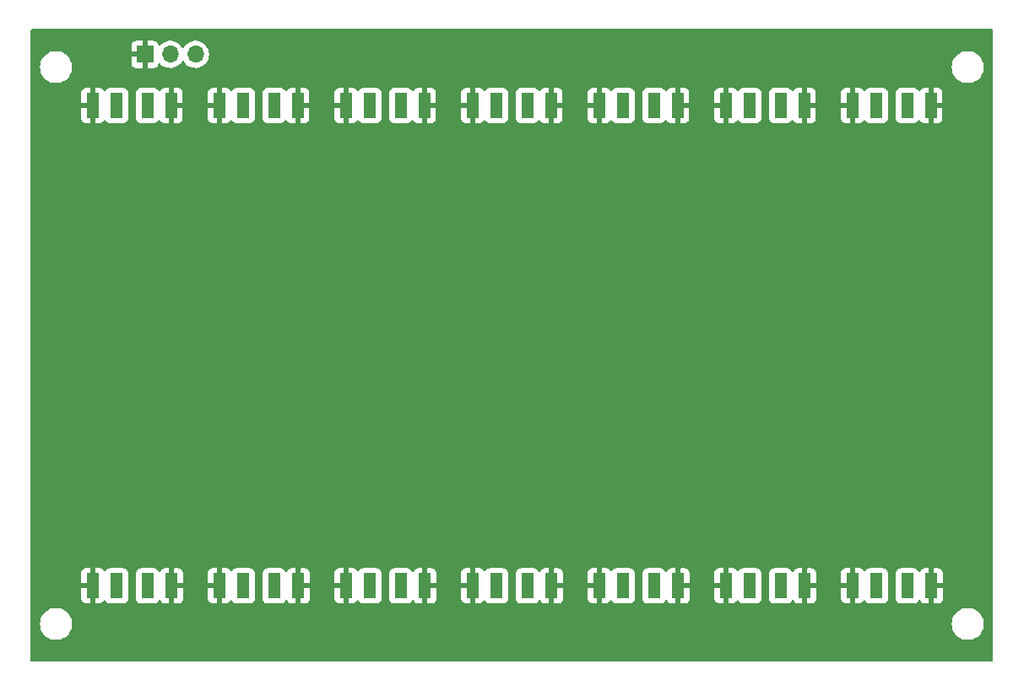
<source format=gbr>
%TF.GenerationSoftware,KiCad,Pcbnew,(6.0.1)*%
%TF.CreationDate,2022-07-14T17:05:26-04:00*%
%TF.ProjectId,Adafruit_NeoPixel_bar,41646166-7275-4697-945f-4e656f506978,rev?*%
%TF.SameCoordinates,Original*%
%TF.FileFunction,Copper,L2,Bot*%
%TF.FilePolarity,Positive*%
%FSLAX46Y46*%
G04 Gerber Fmt 4.6, Leading zero omitted, Abs format (unit mm)*
G04 Created by KiCad (PCBNEW (6.0.1)) date 2022-07-14 17:05:26*
%MOMM*%
%LPD*%
G01*
G04 APERTURE LIST*
%TA.AperFunction,ComponentPad*%
%ADD10R,1.270000X2.540000*%
%TD*%
%TA.AperFunction,ComponentPad*%
%ADD11R,1.700000X1.700000*%
%TD*%
%TA.AperFunction,ComponentPad*%
%ADD12O,1.700000X1.700000*%
%TD*%
G04 APERTURE END LIST*
D10*
%TO.P,U1,5VDC,5VDC*%
%TO.N,+5V*%
X54890000Y-118110000D03*
X54890000Y-69900000D03*
%TO.P,U1,DIN,DIN*%
%TO.N,Net-(J1-Pad2)*%
X51790000Y-69900000D03*
%TO.P,U1,DOUT,DOUT*%
%TO.N,Net-(U1-PadDOUT)*%
X51790000Y-118110000D03*
%TO.P,U1,GND,GND*%
%TO.N,GND*%
X49403000Y-69900000D03*
X49403000Y-118060000D03*
X57277000Y-69900000D03*
X57313000Y-118110000D03*
%TD*%
%TO.P,U2,5VDC,5VDC*%
%TO.N,+5V*%
X67590000Y-69900000D03*
X67590000Y-118110000D03*
%TO.P,U2,DIN,DIN*%
%TO.N,Net-(U1-PadDOUT)*%
X64490000Y-69900000D03*
%TO.P,U2,DOUT,DOUT*%
%TO.N,Net-(U2-PadDOUT)*%
X64490000Y-118110000D03*
%TO.P,U2,GND,GND*%
%TO.N,GND*%
X69977000Y-69900000D03*
X70013000Y-118110000D03*
X62103000Y-118060000D03*
X62103000Y-69900000D03*
%TD*%
%TO.P,U7,5VDC,5VDC*%
%TO.N,+5V*%
X131090000Y-69900000D03*
X131090000Y-118110000D03*
%TO.P,U7,DIN,DIN*%
%TO.N,Net-(U6-PadDOUT)*%
X127990000Y-69900000D03*
%TO.P,U7,DOUT,DOUT*%
%TO.N,unconnected-(U7-PadDOUT)*%
X127990000Y-118110000D03*
%TO.P,U7,GND,GND*%
%TO.N,GND*%
X125603000Y-118060000D03*
X125603000Y-69900000D03*
X133513000Y-118110000D03*
X133477000Y-69900000D03*
%TD*%
D11*
%TO.P,J1,1,Pin_1*%
%TO.N,GND*%
X54625000Y-64770000D03*
D12*
%TO.P,J1,2,Pin_2*%
%TO.N,Net-(J1-Pad2)*%
X57165000Y-64770000D03*
%TO.P,J1,3,Pin_3*%
%TO.N,+5V*%
X59705000Y-64770000D03*
%TD*%
D10*
%TO.P,U6,5VDC,5VDC*%
%TO.N,+5V*%
X118390000Y-69900000D03*
X118390000Y-118110000D03*
%TO.P,U6,DIN,DIN*%
%TO.N,Net-(U5-PadDOUT)*%
X115290000Y-69900000D03*
%TO.P,U6,DOUT,DOUT*%
%TO.N,Net-(U6-PadDOUT)*%
X115290000Y-118110000D03*
%TO.P,U6,GND,GND*%
%TO.N,GND*%
X120777000Y-69900000D03*
X112903000Y-69900000D03*
X112903000Y-118060000D03*
X120813000Y-118110000D03*
%TD*%
%TO.P,U3,5VDC,5VDC*%
%TO.N,+5V*%
X80290000Y-69900000D03*
X80290000Y-118110000D03*
%TO.P,U3,DIN,DIN*%
%TO.N,Net-(U2-PadDOUT)*%
X77190000Y-69900000D03*
%TO.P,U3,DOUT,DOUT*%
%TO.N,Net-(U3-PadDOUT)*%
X77190000Y-118110000D03*
%TO.P,U3,GND,GND*%
%TO.N,GND*%
X82677000Y-69900000D03*
X74803000Y-118060000D03*
X74803000Y-69900000D03*
X82713000Y-118110000D03*
%TD*%
%TO.P,U4,5VDC,5VDC*%
%TO.N,+5V*%
X92990000Y-69900000D03*
X92990000Y-118110000D03*
%TO.P,U4,DIN,DIN*%
%TO.N,Net-(U3-PadDOUT)*%
X89890000Y-69900000D03*
%TO.P,U4,DOUT,DOUT*%
%TO.N,Net-(U4-PadDOUT)*%
X89890000Y-118110000D03*
%TO.P,U4,GND,GND*%
%TO.N,GND*%
X95413000Y-118110000D03*
X95377000Y-69900000D03*
X87503000Y-69900000D03*
X87503000Y-118060000D03*
%TD*%
%TO.P,U5,5VDC,5VDC*%
%TO.N,+5V*%
X105690000Y-69900000D03*
X105690000Y-118110000D03*
%TO.P,U5,DIN,DIN*%
%TO.N,Net-(U4-PadDOUT)*%
X102590000Y-69900000D03*
%TO.P,U5,DOUT,DOUT*%
%TO.N,Net-(U5-PadDOUT)*%
X102590000Y-118110000D03*
%TO.P,U5,GND,GND*%
%TO.N,GND*%
X100203000Y-69900000D03*
X108113000Y-118110000D03*
X108077000Y-69900000D03*
X100203000Y-118060000D03*
%TD*%
%TA.AperFunction,Conductor*%
%TO.N,GND*%
G36*
X139642121Y-62250002D02*
G01*
X139688614Y-62303658D01*
X139700000Y-62356000D01*
X139700000Y-125604000D01*
X139679998Y-125672121D01*
X139626342Y-125718614D01*
X139574000Y-125730000D01*
X43306000Y-125730000D01*
X43237879Y-125709998D01*
X43191386Y-125656342D01*
X43180000Y-125604000D01*
X43180000Y-121920000D01*
X44106526Y-121920000D01*
X44126391Y-122172403D01*
X44185495Y-122418591D01*
X44282384Y-122652502D01*
X44414672Y-122868376D01*
X44579102Y-123060898D01*
X44771624Y-123225328D01*
X44987498Y-123357616D01*
X44992068Y-123359509D01*
X44992072Y-123359511D01*
X45216836Y-123452611D01*
X45221409Y-123454505D01*
X45306032Y-123474821D01*
X45462784Y-123512454D01*
X45462790Y-123512455D01*
X45467597Y-123513609D01*
X45567416Y-123521465D01*
X45654345Y-123528307D01*
X45654352Y-123528307D01*
X45656801Y-123528500D01*
X45783199Y-123528500D01*
X45785648Y-123528307D01*
X45785655Y-123528307D01*
X45872584Y-123521465D01*
X45972403Y-123513609D01*
X45977210Y-123512455D01*
X45977216Y-123512454D01*
X46133968Y-123474821D01*
X46218591Y-123454505D01*
X46223164Y-123452611D01*
X46447928Y-123359511D01*
X46447932Y-123359509D01*
X46452502Y-123357616D01*
X46668376Y-123225328D01*
X46860898Y-123060898D01*
X47025328Y-122868376D01*
X47157616Y-122652502D01*
X47254505Y-122418591D01*
X47313609Y-122172403D01*
X47333474Y-121920000D01*
X135546526Y-121920000D01*
X135566391Y-122172403D01*
X135625495Y-122418591D01*
X135722384Y-122652502D01*
X135854672Y-122868376D01*
X136019102Y-123060898D01*
X136211624Y-123225328D01*
X136427498Y-123357616D01*
X136432068Y-123359509D01*
X136432072Y-123359511D01*
X136656836Y-123452611D01*
X136661409Y-123454505D01*
X136746032Y-123474821D01*
X136902784Y-123512454D01*
X136902790Y-123512455D01*
X136907597Y-123513609D01*
X137007416Y-123521465D01*
X137094345Y-123528307D01*
X137094352Y-123528307D01*
X137096801Y-123528500D01*
X137223199Y-123528500D01*
X137225648Y-123528307D01*
X137225655Y-123528307D01*
X137312584Y-123521465D01*
X137412403Y-123513609D01*
X137417210Y-123512455D01*
X137417216Y-123512454D01*
X137573968Y-123474821D01*
X137658591Y-123454505D01*
X137663164Y-123452611D01*
X137887928Y-123359511D01*
X137887932Y-123359509D01*
X137892502Y-123357616D01*
X138108376Y-123225328D01*
X138300898Y-123060898D01*
X138465328Y-122868376D01*
X138597616Y-122652502D01*
X138694505Y-122418591D01*
X138753609Y-122172403D01*
X138773474Y-121920000D01*
X138753609Y-121667597D01*
X138694505Y-121421409D01*
X138597616Y-121187498D01*
X138465328Y-120971624D01*
X138300898Y-120779102D01*
X138108376Y-120614672D01*
X137892502Y-120482384D01*
X137887932Y-120480491D01*
X137887928Y-120480489D01*
X137663164Y-120387389D01*
X137663162Y-120387388D01*
X137658591Y-120385495D01*
X137573968Y-120365179D01*
X137417216Y-120327546D01*
X137417210Y-120327545D01*
X137412403Y-120326391D01*
X137312584Y-120318535D01*
X137225655Y-120311693D01*
X137225648Y-120311693D01*
X137223199Y-120311500D01*
X137096801Y-120311500D01*
X137094352Y-120311693D01*
X137094345Y-120311693D01*
X137007416Y-120318535D01*
X136907597Y-120326391D01*
X136902790Y-120327545D01*
X136902784Y-120327546D01*
X136746032Y-120365179D01*
X136661409Y-120385495D01*
X136656838Y-120387388D01*
X136656836Y-120387389D01*
X136432072Y-120480489D01*
X136432068Y-120480491D01*
X136427498Y-120482384D01*
X136211624Y-120614672D01*
X136019102Y-120779102D01*
X135854672Y-120971624D01*
X135722384Y-121187498D01*
X135625495Y-121421409D01*
X135566391Y-121667597D01*
X135546526Y-121920000D01*
X47333474Y-121920000D01*
X47313609Y-121667597D01*
X47254505Y-121421409D01*
X47157616Y-121187498D01*
X47025328Y-120971624D01*
X46860898Y-120779102D01*
X46668376Y-120614672D01*
X46452502Y-120482384D01*
X46447932Y-120480491D01*
X46447928Y-120480489D01*
X46223164Y-120387389D01*
X46223162Y-120387388D01*
X46218591Y-120385495D01*
X46133968Y-120365179D01*
X45977216Y-120327546D01*
X45977210Y-120327545D01*
X45972403Y-120326391D01*
X45872584Y-120318535D01*
X45785655Y-120311693D01*
X45785648Y-120311693D01*
X45783199Y-120311500D01*
X45656801Y-120311500D01*
X45654352Y-120311693D01*
X45654345Y-120311693D01*
X45567416Y-120318535D01*
X45467597Y-120326391D01*
X45462790Y-120327545D01*
X45462784Y-120327546D01*
X45306032Y-120365179D01*
X45221409Y-120385495D01*
X45216838Y-120387388D01*
X45216836Y-120387389D01*
X44992072Y-120480489D01*
X44992068Y-120480491D01*
X44987498Y-120482384D01*
X44771624Y-120614672D01*
X44579102Y-120779102D01*
X44414672Y-120971624D01*
X44282384Y-121187498D01*
X44185495Y-121421409D01*
X44126391Y-121667597D01*
X44106526Y-121920000D01*
X43180000Y-121920000D01*
X43180000Y-119374669D01*
X48260001Y-119374669D01*
X48260371Y-119381490D01*
X48265895Y-119432352D01*
X48269521Y-119447604D01*
X48314676Y-119568054D01*
X48323214Y-119583649D01*
X48399715Y-119685724D01*
X48412276Y-119698285D01*
X48514351Y-119774786D01*
X48529946Y-119783324D01*
X48650394Y-119828478D01*
X48665649Y-119832105D01*
X48716514Y-119837631D01*
X48723328Y-119838000D01*
X49130885Y-119838000D01*
X49146124Y-119833525D01*
X49147329Y-119832135D01*
X49149000Y-119824452D01*
X49149000Y-119819884D01*
X49657000Y-119819884D01*
X49661475Y-119835123D01*
X49662865Y-119836328D01*
X49670548Y-119837999D01*
X50082669Y-119837999D01*
X50089490Y-119837629D01*
X50140352Y-119832105D01*
X50155604Y-119828479D01*
X50276054Y-119783324D01*
X50291649Y-119774786D01*
X50393724Y-119698285D01*
X50406284Y-119685725D01*
X50481716Y-119585075D01*
X50538575Y-119542559D01*
X50609394Y-119537533D01*
X50671687Y-119571593D01*
X50696739Y-119610526D01*
X50696923Y-119610425D01*
X50698339Y-119613012D01*
X50700524Y-119616407D01*
X50704385Y-119626705D01*
X50791739Y-119743261D01*
X50908295Y-119830615D01*
X51044684Y-119881745D01*
X51106866Y-119888500D01*
X52473134Y-119888500D01*
X52535316Y-119881745D01*
X52671705Y-119830615D01*
X52788261Y-119743261D01*
X52875615Y-119626705D01*
X52926745Y-119490316D01*
X52933500Y-119428134D01*
X53746500Y-119428134D01*
X53753255Y-119490316D01*
X53804385Y-119626705D01*
X53891739Y-119743261D01*
X54008295Y-119830615D01*
X54144684Y-119881745D01*
X54206866Y-119888500D01*
X55573134Y-119888500D01*
X55635316Y-119881745D01*
X55771705Y-119830615D01*
X55888261Y-119743261D01*
X55975615Y-119626705D01*
X55978767Y-119618297D01*
X55978768Y-119618296D01*
X55983785Y-119604912D01*
X56026426Y-119548148D01*
X56092987Y-119523447D01*
X56162336Y-119538654D01*
X56212455Y-119588939D01*
X56219749Y-119604912D01*
X56224675Y-119618052D01*
X56233214Y-119633649D01*
X56309715Y-119735724D01*
X56322276Y-119748285D01*
X56424351Y-119824786D01*
X56439946Y-119833324D01*
X56560394Y-119878478D01*
X56575649Y-119882105D01*
X56626514Y-119887631D01*
X56633328Y-119888000D01*
X57040885Y-119888000D01*
X57056124Y-119883525D01*
X57057329Y-119882135D01*
X57059000Y-119874452D01*
X57059000Y-119869884D01*
X57567000Y-119869884D01*
X57571475Y-119885123D01*
X57572865Y-119886328D01*
X57580548Y-119887999D01*
X57992669Y-119887999D01*
X57999490Y-119887629D01*
X58050352Y-119882105D01*
X58065604Y-119878479D01*
X58186054Y-119833324D01*
X58201649Y-119824786D01*
X58303724Y-119748285D01*
X58316285Y-119735724D01*
X58392786Y-119633649D01*
X58401324Y-119618054D01*
X58446478Y-119497606D01*
X58450105Y-119482351D01*
X58455631Y-119431486D01*
X58456000Y-119424668D01*
X58456000Y-119374669D01*
X60960001Y-119374669D01*
X60960371Y-119381490D01*
X60965895Y-119432352D01*
X60969521Y-119447604D01*
X61014676Y-119568054D01*
X61023214Y-119583649D01*
X61099715Y-119685724D01*
X61112276Y-119698285D01*
X61214351Y-119774786D01*
X61229946Y-119783324D01*
X61350394Y-119828478D01*
X61365649Y-119832105D01*
X61416514Y-119837631D01*
X61423328Y-119838000D01*
X61830885Y-119838000D01*
X61846124Y-119833525D01*
X61847329Y-119832135D01*
X61849000Y-119824452D01*
X61849000Y-119819884D01*
X62357000Y-119819884D01*
X62361475Y-119835123D01*
X62362865Y-119836328D01*
X62370548Y-119837999D01*
X62782669Y-119837999D01*
X62789490Y-119837629D01*
X62840352Y-119832105D01*
X62855604Y-119828479D01*
X62976054Y-119783324D01*
X62991649Y-119774786D01*
X63093724Y-119698285D01*
X63106284Y-119685725D01*
X63181716Y-119585075D01*
X63238575Y-119542559D01*
X63309394Y-119537533D01*
X63371687Y-119571593D01*
X63396739Y-119610526D01*
X63396923Y-119610425D01*
X63398339Y-119613012D01*
X63400524Y-119616407D01*
X63404385Y-119626705D01*
X63491739Y-119743261D01*
X63608295Y-119830615D01*
X63744684Y-119881745D01*
X63806866Y-119888500D01*
X65173134Y-119888500D01*
X65235316Y-119881745D01*
X65371705Y-119830615D01*
X65488261Y-119743261D01*
X65575615Y-119626705D01*
X65626745Y-119490316D01*
X65633500Y-119428134D01*
X66446500Y-119428134D01*
X66453255Y-119490316D01*
X66504385Y-119626705D01*
X66591739Y-119743261D01*
X66708295Y-119830615D01*
X66844684Y-119881745D01*
X66906866Y-119888500D01*
X68273134Y-119888500D01*
X68335316Y-119881745D01*
X68471705Y-119830615D01*
X68588261Y-119743261D01*
X68675615Y-119626705D01*
X68678767Y-119618297D01*
X68678768Y-119618296D01*
X68683785Y-119604912D01*
X68726426Y-119548148D01*
X68792987Y-119523447D01*
X68862336Y-119538654D01*
X68912455Y-119588939D01*
X68919749Y-119604912D01*
X68924675Y-119618052D01*
X68933214Y-119633649D01*
X69009715Y-119735724D01*
X69022276Y-119748285D01*
X69124351Y-119824786D01*
X69139946Y-119833324D01*
X69260394Y-119878478D01*
X69275649Y-119882105D01*
X69326514Y-119887631D01*
X69333328Y-119888000D01*
X69740885Y-119888000D01*
X69756124Y-119883525D01*
X69757329Y-119882135D01*
X69759000Y-119874452D01*
X69759000Y-119869884D01*
X70267000Y-119869884D01*
X70271475Y-119885123D01*
X70272865Y-119886328D01*
X70280548Y-119887999D01*
X70692669Y-119887999D01*
X70699490Y-119887629D01*
X70750352Y-119882105D01*
X70765604Y-119878479D01*
X70886054Y-119833324D01*
X70901649Y-119824786D01*
X71003724Y-119748285D01*
X71016285Y-119735724D01*
X71092786Y-119633649D01*
X71101324Y-119618054D01*
X71146478Y-119497606D01*
X71150105Y-119482351D01*
X71155631Y-119431486D01*
X71156000Y-119424668D01*
X71156000Y-119374669D01*
X73660001Y-119374669D01*
X73660371Y-119381490D01*
X73665895Y-119432352D01*
X73669521Y-119447604D01*
X73714676Y-119568054D01*
X73723214Y-119583649D01*
X73799715Y-119685724D01*
X73812276Y-119698285D01*
X73914351Y-119774786D01*
X73929946Y-119783324D01*
X74050394Y-119828478D01*
X74065649Y-119832105D01*
X74116514Y-119837631D01*
X74123328Y-119838000D01*
X74530885Y-119838000D01*
X74546124Y-119833525D01*
X74547329Y-119832135D01*
X74549000Y-119824452D01*
X74549000Y-119819884D01*
X75057000Y-119819884D01*
X75061475Y-119835123D01*
X75062865Y-119836328D01*
X75070548Y-119837999D01*
X75482669Y-119837999D01*
X75489490Y-119837629D01*
X75540352Y-119832105D01*
X75555604Y-119828479D01*
X75676054Y-119783324D01*
X75691649Y-119774786D01*
X75793724Y-119698285D01*
X75806284Y-119685725D01*
X75881716Y-119585075D01*
X75938575Y-119542559D01*
X76009394Y-119537533D01*
X76071687Y-119571593D01*
X76096739Y-119610526D01*
X76096923Y-119610425D01*
X76098339Y-119613012D01*
X76100524Y-119616407D01*
X76104385Y-119626705D01*
X76191739Y-119743261D01*
X76308295Y-119830615D01*
X76444684Y-119881745D01*
X76506866Y-119888500D01*
X77873134Y-119888500D01*
X77935316Y-119881745D01*
X78071705Y-119830615D01*
X78188261Y-119743261D01*
X78275615Y-119626705D01*
X78326745Y-119490316D01*
X78333500Y-119428134D01*
X79146500Y-119428134D01*
X79153255Y-119490316D01*
X79204385Y-119626705D01*
X79291739Y-119743261D01*
X79408295Y-119830615D01*
X79544684Y-119881745D01*
X79606866Y-119888500D01*
X80973134Y-119888500D01*
X81035316Y-119881745D01*
X81171705Y-119830615D01*
X81288261Y-119743261D01*
X81375615Y-119626705D01*
X81378767Y-119618297D01*
X81378768Y-119618296D01*
X81383785Y-119604912D01*
X81426426Y-119548148D01*
X81492987Y-119523447D01*
X81562336Y-119538654D01*
X81612455Y-119588939D01*
X81619749Y-119604912D01*
X81624675Y-119618052D01*
X81633214Y-119633649D01*
X81709715Y-119735724D01*
X81722276Y-119748285D01*
X81824351Y-119824786D01*
X81839946Y-119833324D01*
X81960394Y-119878478D01*
X81975649Y-119882105D01*
X82026514Y-119887631D01*
X82033328Y-119888000D01*
X82440885Y-119888000D01*
X82456124Y-119883525D01*
X82457329Y-119882135D01*
X82459000Y-119874452D01*
X82459000Y-119869884D01*
X82967000Y-119869884D01*
X82971475Y-119885123D01*
X82972865Y-119886328D01*
X82980548Y-119887999D01*
X83392669Y-119887999D01*
X83399490Y-119887629D01*
X83450352Y-119882105D01*
X83465604Y-119878479D01*
X83586054Y-119833324D01*
X83601649Y-119824786D01*
X83703724Y-119748285D01*
X83716285Y-119735724D01*
X83792786Y-119633649D01*
X83801324Y-119618054D01*
X83846478Y-119497606D01*
X83850105Y-119482351D01*
X83855631Y-119431486D01*
X83856000Y-119424668D01*
X83856000Y-119374669D01*
X86360001Y-119374669D01*
X86360371Y-119381490D01*
X86365895Y-119432352D01*
X86369521Y-119447604D01*
X86414676Y-119568054D01*
X86423214Y-119583649D01*
X86499715Y-119685724D01*
X86512276Y-119698285D01*
X86614351Y-119774786D01*
X86629946Y-119783324D01*
X86750394Y-119828478D01*
X86765649Y-119832105D01*
X86816514Y-119837631D01*
X86823328Y-119838000D01*
X87230885Y-119838000D01*
X87246124Y-119833525D01*
X87247329Y-119832135D01*
X87249000Y-119824452D01*
X87249000Y-119819884D01*
X87757000Y-119819884D01*
X87761475Y-119835123D01*
X87762865Y-119836328D01*
X87770548Y-119837999D01*
X88182669Y-119837999D01*
X88189490Y-119837629D01*
X88240352Y-119832105D01*
X88255604Y-119828479D01*
X88376054Y-119783324D01*
X88391649Y-119774786D01*
X88493724Y-119698285D01*
X88506284Y-119685725D01*
X88581716Y-119585075D01*
X88638575Y-119542559D01*
X88709394Y-119537533D01*
X88771687Y-119571593D01*
X88796739Y-119610526D01*
X88796923Y-119610425D01*
X88798339Y-119613012D01*
X88800524Y-119616407D01*
X88804385Y-119626705D01*
X88891739Y-119743261D01*
X89008295Y-119830615D01*
X89144684Y-119881745D01*
X89206866Y-119888500D01*
X90573134Y-119888500D01*
X90635316Y-119881745D01*
X90771705Y-119830615D01*
X90888261Y-119743261D01*
X90975615Y-119626705D01*
X91026745Y-119490316D01*
X91033500Y-119428134D01*
X91846500Y-119428134D01*
X91853255Y-119490316D01*
X91904385Y-119626705D01*
X91991739Y-119743261D01*
X92108295Y-119830615D01*
X92244684Y-119881745D01*
X92306866Y-119888500D01*
X93673134Y-119888500D01*
X93735316Y-119881745D01*
X93871705Y-119830615D01*
X93988261Y-119743261D01*
X94075615Y-119626705D01*
X94078767Y-119618297D01*
X94078768Y-119618296D01*
X94083785Y-119604912D01*
X94126426Y-119548148D01*
X94192987Y-119523447D01*
X94262336Y-119538654D01*
X94312455Y-119588939D01*
X94319749Y-119604912D01*
X94324675Y-119618052D01*
X94333214Y-119633649D01*
X94409715Y-119735724D01*
X94422276Y-119748285D01*
X94524351Y-119824786D01*
X94539946Y-119833324D01*
X94660394Y-119878478D01*
X94675649Y-119882105D01*
X94726514Y-119887631D01*
X94733328Y-119888000D01*
X95140885Y-119888000D01*
X95156124Y-119883525D01*
X95157329Y-119882135D01*
X95159000Y-119874452D01*
X95159000Y-119869884D01*
X95667000Y-119869884D01*
X95671475Y-119885123D01*
X95672865Y-119886328D01*
X95680548Y-119887999D01*
X96092669Y-119887999D01*
X96099490Y-119887629D01*
X96150352Y-119882105D01*
X96165604Y-119878479D01*
X96286054Y-119833324D01*
X96301649Y-119824786D01*
X96403724Y-119748285D01*
X96416285Y-119735724D01*
X96492786Y-119633649D01*
X96501324Y-119618054D01*
X96546478Y-119497606D01*
X96550105Y-119482351D01*
X96555631Y-119431486D01*
X96556000Y-119424668D01*
X96556000Y-119374669D01*
X99060001Y-119374669D01*
X99060371Y-119381490D01*
X99065895Y-119432352D01*
X99069521Y-119447604D01*
X99114676Y-119568054D01*
X99123214Y-119583649D01*
X99199715Y-119685724D01*
X99212276Y-119698285D01*
X99314351Y-119774786D01*
X99329946Y-119783324D01*
X99450394Y-119828478D01*
X99465649Y-119832105D01*
X99516514Y-119837631D01*
X99523328Y-119838000D01*
X99930885Y-119838000D01*
X99946124Y-119833525D01*
X99947329Y-119832135D01*
X99949000Y-119824452D01*
X99949000Y-119819884D01*
X100457000Y-119819884D01*
X100461475Y-119835123D01*
X100462865Y-119836328D01*
X100470548Y-119837999D01*
X100882669Y-119837999D01*
X100889490Y-119837629D01*
X100940352Y-119832105D01*
X100955604Y-119828479D01*
X101076054Y-119783324D01*
X101091649Y-119774786D01*
X101193724Y-119698285D01*
X101206284Y-119685725D01*
X101281716Y-119585075D01*
X101338575Y-119542559D01*
X101409394Y-119537533D01*
X101471687Y-119571593D01*
X101496739Y-119610526D01*
X101496923Y-119610425D01*
X101498339Y-119613012D01*
X101500524Y-119616407D01*
X101504385Y-119626705D01*
X101591739Y-119743261D01*
X101708295Y-119830615D01*
X101844684Y-119881745D01*
X101906866Y-119888500D01*
X103273134Y-119888500D01*
X103335316Y-119881745D01*
X103471705Y-119830615D01*
X103588261Y-119743261D01*
X103675615Y-119626705D01*
X103726745Y-119490316D01*
X103733500Y-119428134D01*
X104546500Y-119428134D01*
X104553255Y-119490316D01*
X104604385Y-119626705D01*
X104691739Y-119743261D01*
X104808295Y-119830615D01*
X104944684Y-119881745D01*
X105006866Y-119888500D01*
X106373134Y-119888500D01*
X106435316Y-119881745D01*
X106571705Y-119830615D01*
X106688261Y-119743261D01*
X106775615Y-119626705D01*
X106778767Y-119618297D01*
X106778768Y-119618296D01*
X106783785Y-119604912D01*
X106826426Y-119548148D01*
X106892987Y-119523447D01*
X106962336Y-119538654D01*
X107012455Y-119588939D01*
X107019749Y-119604912D01*
X107024675Y-119618052D01*
X107033214Y-119633649D01*
X107109715Y-119735724D01*
X107122276Y-119748285D01*
X107224351Y-119824786D01*
X107239946Y-119833324D01*
X107360394Y-119878478D01*
X107375649Y-119882105D01*
X107426514Y-119887631D01*
X107433328Y-119888000D01*
X107840885Y-119888000D01*
X107856124Y-119883525D01*
X107857329Y-119882135D01*
X107859000Y-119874452D01*
X107859000Y-119869884D01*
X108367000Y-119869884D01*
X108371475Y-119885123D01*
X108372865Y-119886328D01*
X108380548Y-119887999D01*
X108792669Y-119887999D01*
X108799490Y-119887629D01*
X108850352Y-119882105D01*
X108865604Y-119878479D01*
X108986054Y-119833324D01*
X109001649Y-119824786D01*
X109103724Y-119748285D01*
X109116285Y-119735724D01*
X109192786Y-119633649D01*
X109201324Y-119618054D01*
X109246478Y-119497606D01*
X109250105Y-119482351D01*
X109255631Y-119431486D01*
X109256000Y-119424668D01*
X109256000Y-119374669D01*
X111760001Y-119374669D01*
X111760371Y-119381490D01*
X111765895Y-119432352D01*
X111769521Y-119447604D01*
X111814676Y-119568054D01*
X111823214Y-119583649D01*
X111899715Y-119685724D01*
X111912276Y-119698285D01*
X112014351Y-119774786D01*
X112029946Y-119783324D01*
X112150394Y-119828478D01*
X112165649Y-119832105D01*
X112216514Y-119837631D01*
X112223328Y-119838000D01*
X112630885Y-119838000D01*
X112646124Y-119833525D01*
X112647329Y-119832135D01*
X112649000Y-119824452D01*
X112649000Y-119819884D01*
X113157000Y-119819884D01*
X113161475Y-119835123D01*
X113162865Y-119836328D01*
X113170548Y-119837999D01*
X113582669Y-119837999D01*
X113589490Y-119837629D01*
X113640352Y-119832105D01*
X113655604Y-119828479D01*
X113776054Y-119783324D01*
X113791649Y-119774786D01*
X113893724Y-119698285D01*
X113906284Y-119685725D01*
X113981716Y-119585075D01*
X114038575Y-119542559D01*
X114109394Y-119537533D01*
X114171687Y-119571593D01*
X114196739Y-119610526D01*
X114196923Y-119610425D01*
X114198339Y-119613012D01*
X114200524Y-119616407D01*
X114204385Y-119626705D01*
X114291739Y-119743261D01*
X114408295Y-119830615D01*
X114544684Y-119881745D01*
X114606866Y-119888500D01*
X115973134Y-119888500D01*
X116035316Y-119881745D01*
X116171705Y-119830615D01*
X116288261Y-119743261D01*
X116375615Y-119626705D01*
X116426745Y-119490316D01*
X116433500Y-119428134D01*
X117246500Y-119428134D01*
X117253255Y-119490316D01*
X117304385Y-119626705D01*
X117391739Y-119743261D01*
X117508295Y-119830615D01*
X117644684Y-119881745D01*
X117706866Y-119888500D01*
X119073134Y-119888500D01*
X119135316Y-119881745D01*
X119271705Y-119830615D01*
X119388261Y-119743261D01*
X119475615Y-119626705D01*
X119478767Y-119618297D01*
X119478768Y-119618296D01*
X119483785Y-119604912D01*
X119526426Y-119548148D01*
X119592987Y-119523447D01*
X119662336Y-119538654D01*
X119712455Y-119588939D01*
X119719749Y-119604912D01*
X119724675Y-119618052D01*
X119733214Y-119633649D01*
X119809715Y-119735724D01*
X119822276Y-119748285D01*
X119924351Y-119824786D01*
X119939946Y-119833324D01*
X120060394Y-119878478D01*
X120075649Y-119882105D01*
X120126514Y-119887631D01*
X120133328Y-119888000D01*
X120540885Y-119888000D01*
X120556124Y-119883525D01*
X120557329Y-119882135D01*
X120559000Y-119874452D01*
X120559000Y-119869884D01*
X121067000Y-119869884D01*
X121071475Y-119885123D01*
X121072865Y-119886328D01*
X121080548Y-119887999D01*
X121492669Y-119887999D01*
X121499490Y-119887629D01*
X121550352Y-119882105D01*
X121565604Y-119878479D01*
X121686054Y-119833324D01*
X121701649Y-119824786D01*
X121803724Y-119748285D01*
X121816285Y-119735724D01*
X121892786Y-119633649D01*
X121901324Y-119618054D01*
X121946478Y-119497606D01*
X121950105Y-119482351D01*
X121955631Y-119431486D01*
X121956000Y-119424668D01*
X121956000Y-119374669D01*
X124460001Y-119374669D01*
X124460371Y-119381490D01*
X124465895Y-119432352D01*
X124469521Y-119447604D01*
X124514676Y-119568054D01*
X124523214Y-119583649D01*
X124599715Y-119685724D01*
X124612276Y-119698285D01*
X124714351Y-119774786D01*
X124729946Y-119783324D01*
X124850394Y-119828478D01*
X124865649Y-119832105D01*
X124916514Y-119837631D01*
X124923328Y-119838000D01*
X125330885Y-119838000D01*
X125346124Y-119833525D01*
X125347329Y-119832135D01*
X125349000Y-119824452D01*
X125349000Y-119819884D01*
X125857000Y-119819884D01*
X125861475Y-119835123D01*
X125862865Y-119836328D01*
X125870548Y-119837999D01*
X126282669Y-119837999D01*
X126289490Y-119837629D01*
X126340352Y-119832105D01*
X126355604Y-119828479D01*
X126476054Y-119783324D01*
X126491649Y-119774786D01*
X126593724Y-119698285D01*
X126606284Y-119685725D01*
X126681716Y-119585075D01*
X126738575Y-119542559D01*
X126809394Y-119537533D01*
X126871687Y-119571593D01*
X126896739Y-119610526D01*
X126896923Y-119610425D01*
X126898339Y-119613012D01*
X126900524Y-119616407D01*
X126904385Y-119626705D01*
X126991739Y-119743261D01*
X127108295Y-119830615D01*
X127244684Y-119881745D01*
X127306866Y-119888500D01*
X128673134Y-119888500D01*
X128735316Y-119881745D01*
X128871705Y-119830615D01*
X128988261Y-119743261D01*
X129075615Y-119626705D01*
X129126745Y-119490316D01*
X129133500Y-119428134D01*
X129946500Y-119428134D01*
X129953255Y-119490316D01*
X130004385Y-119626705D01*
X130091739Y-119743261D01*
X130208295Y-119830615D01*
X130344684Y-119881745D01*
X130406866Y-119888500D01*
X131773134Y-119888500D01*
X131835316Y-119881745D01*
X131971705Y-119830615D01*
X132088261Y-119743261D01*
X132175615Y-119626705D01*
X132178767Y-119618297D01*
X132178768Y-119618296D01*
X132183785Y-119604912D01*
X132226426Y-119548148D01*
X132292987Y-119523447D01*
X132362336Y-119538654D01*
X132412455Y-119588939D01*
X132419749Y-119604912D01*
X132424675Y-119618052D01*
X132433214Y-119633649D01*
X132509715Y-119735724D01*
X132522276Y-119748285D01*
X132624351Y-119824786D01*
X132639946Y-119833324D01*
X132760394Y-119878478D01*
X132775649Y-119882105D01*
X132826514Y-119887631D01*
X132833328Y-119888000D01*
X133240885Y-119888000D01*
X133256124Y-119883525D01*
X133257329Y-119882135D01*
X133259000Y-119874452D01*
X133259000Y-119869884D01*
X133767000Y-119869884D01*
X133771475Y-119885123D01*
X133772865Y-119886328D01*
X133780548Y-119887999D01*
X134192669Y-119887999D01*
X134199490Y-119887629D01*
X134250352Y-119882105D01*
X134265604Y-119878479D01*
X134386054Y-119833324D01*
X134401649Y-119824786D01*
X134503724Y-119748285D01*
X134516285Y-119735724D01*
X134592786Y-119633649D01*
X134601324Y-119618054D01*
X134646478Y-119497606D01*
X134650105Y-119482351D01*
X134655631Y-119431486D01*
X134656000Y-119424668D01*
X134656000Y-118382115D01*
X134651525Y-118366876D01*
X134650135Y-118365671D01*
X134642452Y-118364000D01*
X133785115Y-118364000D01*
X133769876Y-118368475D01*
X133768671Y-118369865D01*
X133767000Y-118377548D01*
X133767000Y-119869884D01*
X133259000Y-119869884D01*
X133259000Y-117837885D01*
X133767000Y-117837885D01*
X133771475Y-117853124D01*
X133772865Y-117854329D01*
X133780548Y-117856000D01*
X134637884Y-117856000D01*
X134653123Y-117851525D01*
X134654328Y-117850135D01*
X134655999Y-117842452D01*
X134655999Y-116795331D01*
X134655629Y-116788510D01*
X134650105Y-116737648D01*
X134646479Y-116722396D01*
X134601324Y-116601946D01*
X134592786Y-116586351D01*
X134516285Y-116484276D01*
X134503724Y-116471715D01*
X134401649Y-116395214D01*
X134386054Y-116386676D01*
X134265606Y-116341522D01*
X134250351Y-116337895D01*
X134199486Y-116332369D01*
X134192672Y-116332000D01*
X133785115Y-116332000D01*
X133769876Y-116336475D01*
X133768671Y-116337865D01*
X133767000Y-116345548D01*
X133767000Y-117837885D01*
X133259000Y-117837885D01*
X133259000Y-116350116D01*
X133254525Y-116334877D01*
X133253135Y-116333672D01*
X133245452Y-116332001D01*
X132833331Y-116332001D01*
X132826510Y-116332371D01*
X132775648Y-116337895D01*
X132760396Y-116341521D01*
X132639946Y-116386676D01*
X132624351Y-116395214D01*
X132522276Y-116471715D01*
X132509715Y-116484276D01*
X132433214Y-116586351D01*
X132424675Y-116601948D01*
X132419749Y-116615088D01*
X132377108Y-116671853D01*
X132310547Y-116696553D01*
X132241198Y-116681346D01*
X132191079Y-116631060D01*
X132183785Y-116615088D01*
X132178768Y-116601704D01*
X132178766Y-116601701D01*
X132175615Y-116593295D01*
X132088261Y-116476739D01*
X131971705Y-116389385D01*
X131835316Y-116338255D01*
X131773134Y-116331500D01*
X130406866Y-116331500D01*
X130344684Y-116338255D01*
X130208295Y-116389385D01*
X130091739Y-116476739D01*
X130004385Y-116593295D01*
X129953255Y-116729684D01*
X129946500Y-116791866D01*
X129946500Y-119428134D01*
X129133500Y-119428134D01*
X129133500Y-116791866D01*
X129126745Y-116729684D01*
X129075615Y-116593295D01*
X128988261Y-116476739D01*
X128871705Y-116389385D01*
X128735316Y-116338255D01*
X128673134Y-116331500D01*
X127306866Y-116331500D01*
X127244684Y-116338255D01*
X127108295Y-116389385D01*
X126991739Y-116476739D01*
X126986358Y-116483919D01*
X126910718Y-116584845D01*
X126853859Y-116627360D01*
X126783040Y-116632386D01*
X126720747Y-116598326D01*
X126695883Y-116559682D01*
X126695634Y-116559818D01*
X126693715Y-116556312D01*
X126691909Y-116553506D01*
X126691325Y-116551947D01*
X126682786Y-116536351D01*
X126606285Y-116434276D01*
X126593724Y-116421715D01*
X126491649Y-116345214D01*
X126476054Y-116336676D01*
X126355606Y-116291522D01*
X126340351Y-116287895D01*
X126289486Y-116282369D01*
X126282672Y-116282000D01*
X125875115Y-116282000D01*
X125859876Y-116286475D01*
X125858671Y-116287865D01*
X125857000Y-116295548D01*
X125857000Y-119819884D01*
X125349000Y-119819884D01*
X125349000Y-118332115D01*
X125344525Y-118316876D01*
X125343135Y-118315671D01*
X125335452Y-118314000D01*
X124478116Y-118314000D01*
X124462877Y-118318475D01*
X124461672Y-118319865D01*
X124460001Y-118327548D01*
X124460001Y-119374669D01*
X121956000Y-119374669D01*
X121956000Y-118382115D01*
X121951525Y-118366876D01*
X121950135Y-118365671D01*
X121942452Y-118364000D01*
X121085115Y-118364000D01*
X121069876Y-118368475D01*
X121068671Y-118369865D01*
X121067000Y-118377548D01*
X121067000Y-119869884D01*
X120559000Y-119869884D01*
X120559000Y-117837885D01*
X121067000Y-117837885D01*
X121071475Y-117853124D01*
X121072865Y-117854329D01*
X121080548Y-117856000D01*
X121937884Y-117856000D01*
X121953123Y-117851525D01*
X121954328Y-117850135D01*
X121955999Y-117842452D01*
X121955999Y-117787885D01*
X124460000Y-117787885D01*
X124464475Y-117803124D01*
X124465865Y-117804329D01*
X124473548Y-117806000D01*
X125330885Y-117806000D01*
X125346124Y-117801525D01*
X125347329Y-117800135D01*
X125349000Y-117792452D01*
X125349000Y-116300116D01*
X125344525Y-116284877D01*
X125343135Y-116283672D01*
X125335452Y-116282001D01*
X124923331Y-116282001D01*
X124916510Y-116282371D01*
X124865648Y-116287895D01*
X124850396Y-116291521D01*
X124729946Y-116336676D01*
X124714351Y-116345214D01*
X124612276Y-116421715D01*
X124599715Y-116434276D01*
X124523214Y-116536351D01*
X124514676Y-116551946D01*
X124469522Y-116672394D01*
X124465895Y-116687649D01*
X124460369Y-116738514D01*
X124460000Y-116745328D01*
X124460000Y-117787885D01*
X121955999Y-117787885D01*
X121955999Y-116795331D01*
X121955629Y-116788510D01*
X121950105Y-116737648D01*
X121946479Y-116722396D01*
X121901324Y-116601946D01*
X121892786Y-116586351D01*
X121816285Y-116484276D01*
X121803724Y-116471715D01*
X121701649Y-116395214D01*
X121686054Y-116386676D01*
X121565606Y-116341522D01*
X121550351Y-116337895D01*
X121499486Y-116332369D01*
X121492672Y-116332000D01*
X121085115Y-116332000D01*
X121069876Y-116336475D01*
X121068671Y-116337865D01*
X121067000Y-116345548D01*
X121067000Y-117837885D01*
X120559000Y-117837885D01*
X120559000Y-116350116D01*
X120554525Y-116334877D01*
X120553135Y-116333672D01*
X120545452Y-116332001D01*
X120133331Y-116332001D01*
X120126510Y-116332371D01*
X120075648Y-116337895D01*
X120060396Y-116341521D01*
X119939946Y-116386676D01*
X119924351Y-116395214D01*
X119822276Y-116471715D01*
X119809715Y-116484276D01*
X119733214Y-116586351D01*
X119724675Y-116601948D01*
X119719749Y-116615088D01*
X119677108Y-116671853D01*
X119610547Y-116696553D01*
X119541198Y-116681346D01*
X119491079Y-116631060D01*
X119483785Y-116615088D01*
X119478768Y-116601704D01*
X119478766Y-116601701D01*
X119475615Y-116593295D01*
X119388261Y-116476739D01*
X119271705Y-116389385D01*
X119135316Y-116338255D01*
X119073134Y-116331500D01*
X117706866Y-116331500D01*
X117644684Y-116338255D01*
X117508295Y-116389385D01*
X117391739Y-116476739D01*
X117304385Y-116593295D01*
X117253255Y-116729684D01*
X117246500Y-116791866D01*
X117246500Y-119428134D01*
X116433500Y-119428134D01*
X116433500Y-116791866D01*
X116426745Y-116729684D01*
X116375615Y-116593295D01*
X116288261Y-116476739D01*
X116171705Y-116389385D01*
X116035316Y-116338255D01*
X115973134Y-116331500D01*
X114606866Y-116331500D01*
X114544684Y-116338255D01*
X114408295Y-116389385D01*
X114291739Y-116476739D01*
X114286358Y-116483919D01*
X114210718Y-116584845D01*
X114153859Y-116627360D01*
X114083040Y-116632386D01*
X114020747Y-116598326D01*
X113995883Y-116559682D01*
X113995634Y-116559818D01*
X113993715Y-116556312D01*
X113991909Y-116553506D01*
X113991325Y-116551947D01*
X113982786Y-116536351D01*
X113906285Y-116434276D01*
X113893724Y-116421715D01*
X113791649Y-116345214D01*
X113776054Y-116336676D01*
X113655606Y-116291522D01*
X113640351Y-116287895D01*
X113589486Y-116282369D01*
X113582672Y-116282000D01*
X113175115Y-116282000D01*
X113159876Y-116286475D01*
X113158671Y-116287865D01*
X113157000Y-116295548D01*
X113157000Y-119819884D01*
X112649000Y-119819884D01*
X112649000Y-118332115D01*
X112644525Y-118316876D01*
X112643135Y-118315671D01*
X112635452Y-118314000D01*
X111778116Y-118314000D01*
X111762877Y-118318475D01*
X111761672Y-118319865D01*
X111760001Y-118327548D01*
X111760001Y-119374669D01*
X109256000Y-119374669D01*
X109256000Y-118382115D01*
X109251525Y-118366876D01*
X109250135Y-118365671D01*
X109242452Y-118364000D01*
X108385115Y-118364000D01*
X108369876Y-118368475D01*
X108368671Y-118369865D01*
X108367000Y-118377548D01*
X108367000Y-119869884D01*
X107859000Y-119869884D01*
X107859000Y-117837885D01*
X108367000Y-117837885D01*
X108371475Y-117853124D01*
X108372865Y-117854329D01*
X108380548Y-117856000D01*
X109237884Y-117856000D01*
X109253123Y-117851525D01*
X109254328Y-117850135D01*
X109255999Y-117842452D01*
X109255999Y-117787885D01*
X111760000Y-117787885D01*
X111764475Y-117803124D01*
X111765865Y-117804329D01*
X111773548Y-117806000D01*
X112630885Y-117806000D01*
X112646124Y-117801525D01*
X112647329Y-117800135D01*
X112649000Y-117792452D01*
X112649000Y-116300116D01*
X112644525Y-116284877D01*
X112643135Y-116283672D01*
X112635452Y-116282001D01*
X112223331Y-116282001D01*
X112216510Y-116282371D01*
X112165648Y-116287895D01*
X112150396Y-116291521D01*
X112029946Y-116336676D01*
X112014351Y-116345214D01*
X111912276Y-116421715D01*
X111899715Y-116434276D01*
X111823214Y-116536351D01*
X111814676Y-116551946D01*
X111769522Y-116672394D01*
X111765895Y-116687649D01*
X111760369Y-116738514D01*
X111760000Y-116745328D01*
X111760000Y-117787885D01*
X109255999Y-117787885D01*
X109255999Y-116795331D01*
X109255629Y-116788510D01*
X109250105Y-116737648D01*
X109246479Y-116722396D01*
X109201324Y-116601946D01*
X109192786Y-116586351D01*
X109116285Y-116484276D01*
X109103724Y-116471715D01*
X109001649Y-116395214D01*
X108986054Y-116386676D01*
X108865606Y-116341522D01*
X108850351Y-116337895D01*
X108799486Y-116332369D01*
X108792672Y-116332000D01*
X108385115Y-116332000D01*
X108369876Y-116336475D01*
X108368671Y-116337865D01*
X108367000Y-116345548D01*
X108367000Y-117837885D01*
X107859000Y-117837885D01*
X107859000Y-116350116D01*
X107854525Y-116334877D01*
X107853135Y-116333672D01*
X107845452Y-116332001D01*
X107433331Y-116332001D01*
X107426510Y-116332371D01*
X107375648Y-116337895D01*
X107360396Y-116341521D01*
X107239946Y-116386676D01*
X107224351Y-116395214D01*
X107122276Y-116471715D01*
X107109715Y-116484276D01*
X107033214Y-116586351D01*
X107024675Y-116601948D01*
X107019749Y-116615088D01*
X106977108Y-116671853D01*
X106910547Y-116696553D01*
X106841198Y-116681346D01*
X106791079Y-116631060D01*
X106783785Y-116615088D01*
X106778768Y-116601704D01*
X106778766Y-116601701D01*
X106775615Y-116593295D01*
X106688261Y-116476739D01*
X106571705Y-116389385D01*
X106435316Y-116338255D01*
X106373134Y-116331500D01*
X105006866Y-116331500D01*
X104944684Y-116338255D01*
X104808295Y-116389385D01*
X104691739Y-116476739D01*
X104604385Y-116593295D01*
X104553255Y-116729684D01*
X104546500Y-116791866D01*
X104546500Y-119428134D01*
X103733500Y-119428134D01*
X103733500Y-116791866D01*
X103726745Y-116729684D01*
X103675615Y-116593295D01*
X103588261Y-116476739D01*
X103471705Y-116389385D01*
X103335316Y-116338255D01*
X103273134Y-116331500D01*
X101906866Y-116331500D01*
X101844684Y-116338255D01*
X101708295Y-116389385D01*
X101591739Y-116476739D01*
X101586358Y-116483919D01*
X101510718Y-116584845D01*
X101453859Y-116627360D01*
X101383040Y-116632386D01*
X101320747Y-116598326D01*
X101295883Y-116559682D01*
X101295634Y-116559818D01*
X101293715Y-116556312D01*
X101291909Y-116553506D01*
X101291325Y-116551947D01*
X101282786Y-116536351D01*
X101206285Y-116434276D01*
X101193724Y-116421715D01*
X101091649Y-116345214D01*
X101076054Y-116336676D01*
X100955606Y-116291522D01*
X100940351Y-116287895D01*
X100889486Y-116282369D01*
X100882672Y-116282000D01*
X100475115Y-116282000D01*
X100459876Y-116286475D01*
X100458671Y-116287865D01*
X100457000Y-116295548D01*
X100457000Y-119819884D01*
X99949000Y-119819884D01*
X99949000Y-118332115D01*
X99944525Y-118316876D01*
X99943135Y-118315671D01*
X99935452Y-118314000D01*
X99078116Y-118314000D01*
X99062877Y-118318475D01*
X99061672Y-118319865D01*
X99060001Y-118327548D01*
X99060001Y-119374669D01*
X96556000Y-119374669D01*
X96556000Y-118382115D01*
X96551525Y-118366876D01*
X96550135Y-118365671D01*
X96542452Y-118364000D01*
X95685115Y-118364000D01*
X95669876Y-118368475D01*
X95668671Y-118369865D01*
X95667000Y-118377548D01*
X95667000Y-119869884D01*
X95159000Y-119869884D01*
X95159000Y-117837885D01*
X95667000Y-117837885D01*
X95671475Y-117853124D01*
X95672865Y-117854329D01*
X95680548Y-117856000D01*
X96537884Y-117856000D01*
X96553123Y-117851525D01*
X96554328Y-117850135D01*
X96555999Y-117842452D01*
X96555999Y-117787885D01*
X99060000Y-117787885D01*
X99064475Y-117803124D01*
X99065865Y-117804329D01*
X99073548Y-117806000D01*
X99930885Y-117806000D01*
X99946124Y-117801525D01*
X99947329Y-117800135D01*
X99949000Y-117792452D01*
X99949000Y-116300116D01*
X99944525Y-116284877D01*
X99943135Y-116283672D01*
X99935452Y-116282001D01*
X99523331Y-116282001D01*
X99516510Y-116282371D01*
X99465648Y-116287895D01*
X99450396Y-116291521D01*
X99329946Y-116336676D01*
X99314351Y-116345214D01*
X99212276Y-116421715D01*
X99199715Y-116434276D01*
X99123214Y-116536351D01*
X99114676Y-116551946D01*
X99069522Y-116672394D01*
X99065895Y-116687649D01*
X99060369Y-116738514D01*
X99060000Y-116745328D01*
X99060000Y-117787885D01*
X96555999Y-117787885D01*
X96555999Y-116795331D01*
X96555629Y-116788510D01*
X96550105Y-116737648D01*
X96546479Y-116722396D01*
X96501324Y-116601946D01*
X96492786Y-116586351D01*
X96416285Y-116484276D01*
X96403724Y-116471715D01*
X96301649Y-116395214D01*
X96286054Y-116386676D01*
X96165606Y-116341522D01*
X96150351Y-116337895D01*
X96099486Y-116332369D01*
X96092672Y-116332000D01*
X95685115Y-116332000D01*
X95669876Y-116336475D01*
X95668671Y-116337865D01*
X95667000Y-116345548D01*
X95667000Y-117837885D01*
X95159000Y-117837885D01*
X95159000Y-116350116D01*
X95154525Y-116334877D01*
X95153135Y-116333672D01*
X95145452Y-116332001D01*
X94733331Y-116332001D01*
X94726510Y-116332371D01*
X94675648Y-116337895D01*
X94660396Y-116341521D01*
X94539946Y-116386676D01*
X94524351Y-116395214D01*
X94422276Y-116471715D01*
X94409715Y-116484276D01*
X94333214Y-116586351D01*
X94324675Y-116601948D01*
X94319749Y-116615088D01*
X94277108Y-116671853D01*
X94210547Y-116696553D01*
X94141198Y-116681346D01*
X94091079Y-116631060D01*
X94083785Y-116615088D01*
X94078768Y-116601704D01*
X94078766Y-116601701D01*
X94075615Y-116593295D01*
X93988261Y-116476739D01*
X93871705Y-116389385D01*
X93735316Y-116338255D01*
X93673134Y-116331500D01*
X92306866Y-116331500D01*
X92244684Y-116338255D01*
X92108295Y-116389385D01*
X91991739Y-116476739D01*
X91904385Y-116593295D01*
X91853255Y-116729684D01*
X91846500Y-116791866D01*
X91846500Y-119428134D01*
X91033500Y-119428134D01*
X91033500Y-116791866D01*
X91026745Y-116729684D01*
X90975615Y-116593295D01*
X90888261Y-116476739D01*
X90771705Y-116389385D01*
X90635316Y-116338255D01*
X90573134Y-116331500D01*
X89206866Y-116331500D01*
X89144684Y-116338255D01*
X89008295Y-116389385D01*
X88891739Y-116476739D01*
X88886358Y-116483919D01*
X88810718Y-116584845D01*
X88753859Y-116627360D01*
X88683040Y-116632386D01*
X88620747Y-116598326D01*
X88595883Y-116559682D01*
X88595634Y-116559818D01*
X88593715Y-116556312D01*
X88591909Y-116553506D01*
X88591325Y-116551947D01*
X88582786Y-116536351D01*
X88506285Y-116434276D01*
X88493724Y-116421715D01*
X88391649Y-116345214D01*
X88376054Y-116336676D01*
X88255606Y-116291522D01*
X88240351Y-116287895D01*
X88189486Y-116282369D01*
X88182672Y-116282000D01*
X87775115Y-116282000D01*
X87759876Y-116286475D01*
X87758671Y-116287865D01*
X87757000Y-116295548D01*
X87757000Y-119819884D01*
X87249000Y-119819884D01*
X87249000Y-118332115D01*
X87244525Y-118316876D01*
X87243135Y-118315671D01*
X87235452Y-118314000D01*
X86378116Y-118314000D01*
X86362877Y-118318475D01*
X86361672Y-118319865D01*
X86360001Y-118327548D01*
X86360001Y-119374669D01*
X83856000Y-119374669D01*
X83856000Y-118382115D01*
X83851525Y-118366876D01*
X83850135Y-118365671D01*
X83842452Y-118364000D01*
X82985115Y-118364000D01*
X82969876Y-118368475D01*
X82968671Y-118369865D01*
X82967000Y-118377548D01*
X82967000Y-119869884D01*
X82459000Y-119869884D01*
X82459000Y-117837885D01*
X82967000Y-117837885D01*
X82971475Y-117853124D01*
X82972865Y-117854329D01*
X82980548Y-117856000D01*
X83837884Y-117856000D01*
X83853123Y-117851525D01*
X83854328Y-117850135D01*
X83855999Y-117842452D01*
X83855999Y-117787885D01*
X86360000Y-117787885D01*
X86364475Y-117803124D01*
X86365865Y-117804329D01*
X86373548Y-117806000D01*
X87230885Y-117806000D01*
X87246124Y-117801525D01*
X87247329Y-117800135D01*
X87249000Y-117792452D01*
X87249000Y-116300116D01*
X87244525Y-116284877D01*
X87243135Y-116283672D01*
X87235452Y-116282001D01*
X86823331Y-116282001D01*
X86816510Y-116282371D01*
X86765648Y-116287895D01*
X86750396Y-116291521D01*
X86629946Y-116336676D01*
X86614351Y-116345214D01*
X86512276Y-116421715D01*
X86499715Y-116434276D01*
X86423214Y-116536351D01*
X86414676Y-116551946D01*
X86369522Y-116672394D01*
X86365895Y-116687649D01*
X86360369Y-116738514D01*
X86360000Y-116745328D01*
X86360000Y-117787885D01*
X83855999Y-117787885D01*
X83855999Y-116795331D01*
X83855629Y-116788510D01*
X83850105Y-116737648D01*
X83846479Y-116722396D01*
X83801324Y-116601946D01*
X83792786Y-116586351D01*
X83716285Y-116484276D01*
X83703724Y-116471715D01*
X83601649Y-116395214D01*
X83586054Y-116386676D01*
X83465606Y-116341522D01*
X83450351Y-116337895D01*
X83399486Y-116332369D01*
X83392672Y-116332000D01*
X82985115Y-116332000D01*
X82969876Y-116336475D01*
X82968671Y-116337865D01*
X82967000Y-116345548D01*
X82967000Y-117837885D01*
X82459000Y-117837885D01*
X82459000Y-116350116D01*
X82454525Y-116334877D01*
X82453135Y-116333672D01*
X82445452Y-116332001D01*
X82033331Y-116332001D01*
X82026510Y-116332371D01*
X81975648Y-116337895D01*
X81960396Y-116341521D01*
X81839946Y-116386676D01*
X81824351Y-116395214D01*
X81722276Y-116471715D01*
X81709715Y-116484276D01*
X81633214Y-116586351D01*
X81624675Y-116601948D01*
X81619749Y-116615088D01*
X81577108Y-116671853D01*
X81510547Y-116696553D01*
X81441198Y-116681346D01*
X81391079Y-116631060D01*
X81383785Y-116615088D01*
X81378768Y-116601704D01*
X81378766Y-116601701D01*
X81375615Y-116593295D01*
X81288261Y-116476739D01*
X81171705Y-116389385D01*
X81035316Y-116338255D01*
X80973134Y-116331500D01*
X79606866Y-116331500D01*
X79544684Y-116338255D01*
X79408295Y-116389385D01*
X79291739Y-116476739D01*
X79204385Y-116593295D01*
X79153255Y-116729684D01*
X79146500Y-116791866D01*
X79146500Y-119428134D01*
X78333500Y-119428134D01*
X78333500Y-116791866D01*
X78326745Y-116729684D01*
X78275615Y-116593295D01*
X78188261Y-116476739D01*
X78071705Y-116389385D01*
X77935316Y-116338255D01*
X77873134Y-116331500D01*
X76506866Y-116331500D01*
X76444684Y-116338255D01*
X76308295Y-116389385D01*
X76191739Y-116476739D01*
X76186358Y-116483919D01*
X76110718Y-116584845D01*
X76053859Y-116627360D01*
X75983040Y-116632386D01*
X75920747Y-116598326D01*
X75895883Y-116559682D01*
X75895634Y-116559818D01*
X75893715Y-116556312D01*
X75891909Y-116553506D01*
X75891325Y-116551947D01*
X75882786Y-116536351D01*
X75806285Y-116434276D01*
X75793724Y-116421715D01*
X75691649Y-116345214D01*
X75676054Y-116336676D01*
X75555606Y-116291522D01*
X75540351Y-116287895D01*
X75489486Y-116282369D01*
X75482672Y-116282000D01*
X75075115Y-116282000D01*
X75059876Y-116286475D01*
X75058671Y-116287865D01*
X75057000Y-116295548D01*
X75057000Y-119819884D01*
X74549000Y-119819884D01*
X74549000Y-118332115D01*
X74544525Y-118316876D01*
X74543135Y-118315671D01*
X74535452Y-118314000D01*
X73678116Y-118314000D01*
X73662877Y-118318475D01*
X73661672Y-118319865D01*
X73660001Y-118327548D01*
X73660001Y-119374669D01*
X71156000Y-119374669D01*
X71156000Y-118382115D01*
X71151525Y-118366876D01*
X71150135Y-118365671D01*
X71142452Y-118364000D01*
X70285115Y-118364000D01*
X70269876Y-118368475D01*
X70268671Y-118369865D01*
X70267000Y-118377548D01*
X70267000Y-119869884D01*
X69759000Y-119869884D01*
X69759000Y-117837885D01*
X70267000Y-117837885D01*
X70271475Y-117853124D01*
X70272865Y-117854329D01*
X70280548Y-117856000D01*
X71137884Y-117856000D01*
X71153123Y-117851525D01*
X71154328Y-117850135D01*
X71155999Y-117842452D01*
X71155999Y-117787885D01*
X73660000Y-117787885D01*
X73664475Y-117803124D01*
X73665865Y-117804329D01*
X73673548Y-117806000D01*
X74530885Y-117806000D01*
X74546124Y-117801525D01*
X74547329Y-117800135D01*
X74549000Y-117792452D01*
X74549000Y-116300116D01*
X74544525Y-116284877D01*
X74543135Y-116283672D01*
X74535452Y-116282001D01*
X74123331Y-116282001D01*
X74116510Y-116282371D01*
X74065648Y-116287895D01*
X74050396Y-116291521D01*
X73929946Y-116336676D01*
X73914351Y-116345214D01*
X73812276Y-116421715D01*
X73799715Y-116434276D01*
X73723214Y-116536351D01*
X73714676Y-116551946D01*
X73669522Y-116672394D01*
X73665895Y-116687649D01*
X73660369Y-116738514D01*
X73660000Y-116745328D01*
X73660000Y-117787885D01*
X71155999Y-117787885D01*
X71155999Y-116795331D01*
X71155629Y-116788510D01*
X71150105Y-116737648D01*
X71146479Y-116722396D01*
X71101324Y-116601946D01*
X71092786Y-116586351D01*
X71016285Y-116484276D01*
X71003724Y-116471715D01*
X70901649Y-116395214D01*
X70886054Y-116386676D01*
X70765606Y-116341522D01*
X70750351Y-116337895D01*
X70699486Y-116332369D01*
X70692672Y-116332000D01*
X70285115Y-116332000D01*
X70269876Y-116336475D01*
X70268671Y-116337865D01*
X70267000Y-116345548D01*
X70267000Y-117837885D01*
X69759000Y-117837885D01*
X69759000Y-116350116D01*
X69754525Y-116334877D01*
X69753135Y-116333672D01*
X69745452Y-116332001D01*
X69333331Y-116332001D01*
X69326510Y-116332371D01*
X69275648Y-116337895D01*
X69260396Y-116341521D01*
X69139946Y-116386676D01*
X69124351Y-116395214D01*
X69022276Y-116471715D01*
X69009715Y-116484276D01*
X68933214Y-116586351D01*
X68924675Y-116601948D01*
X68919749Y-116615088D01*
X68877108Y-116671853D01*
X68810547Y-116696553D01*
X68741198Y-116681346D01*
X68691079Y-116631060D01*
X68683785Y-116615088D01*
X68678768Y-116601704D01*
X68678766Y-116601701D01*
X68675615Y-116593295D01*
X68588261Y-116476739D01*
X68471705Y-116389385D01*
X68335316Y-116338255D01*
X68273134Y-116331500D01*
X66906866Y-116331500D01*
X66844684Y-116338255D01*
X66708295Y-116389385D01*
X66591739Y-116476739D01*
X66504385Y-116593295D01*
X66453255Y-116729684D01*
X66446500Y-116791866D01*
X66446500Y-119428134D01*
X65633500Y-119428134D01*
X65633500Y-116791866D01*
X65626745Y-116729684D01*
X65575615Y-116593295D01*
X65488261Y-116476739D01*
X65371705Y-116389385D01*
X65235316Y-116338255D01*
X65173134Y-116331500D01*
X63806866Y-116331500D01*
X63744684Y-116338255D01*
X63608295Y-116389385D01*
X63491739Y-116476739D01*
X63486358Y-116483919D01*
X63410718Y-116584845D01*
X63353859Y-116627360D01*
X63283040Y-116632386D01*
X63220747Y-116598326D01*
X63195883Y-116559682D01*
X63195634Y-116559818D01*
X63193715Y-116556312D01*
X63191909Y-116553506D01*
X63191325Y-116551947D01*
X63182786Y-116536351D01*
X63106285Y-116434276D01*
X63093724Y-116421715D01*
X62991649Y-116345214D01*
X62976054Y-116336676D01*
X62855606Y-116291522D01*
X62840351Y-116287895D01*
X62789486Y-116282369D01*
X62782672Y-116282000D01*
X62375115Y-116282000D01*
X62359876Y-116286475D01*
X62358671Y-116287865D01*
X62357000Y-116295548D01*
X62357000Y-119819884D01*
X61849000Y-119819884D01*
X61849000Y-118332115D01*
X61844525Y-118316876D01*
X61843135Y-118315671D01*
X61835452Y-118314000D01*
X60978116Y-118314000D01*
X60962877Y-118318475D01*
X60961672Y-118319865D01*
X60960001Y-118327548D01*
X60960001Y-119374669D01*
X58456000Y-119374669D01*
X58456000Y-118382115D01*
X58451525Y-118366876D01*
X58450135Y-118365671D01*
X58442452Y-118364000D01*
X57585115Y-118364000D01*
X57569876Y-118368475D01*
X57568671Y-118369865D01*
X57567000Y-118377548D01*
X57567000Y-119869884D01*
X57059000Y-119869884D01*
X57059000Y-117837885D01*
X57567000Y-117837885D01*
X57571475Y-117853124D01*
X57572865Y-117854329D01*
X57580548Y-117856000D01*
X58437884Y-117856000D01*
X58453123Y-117851525D01*
X58454328Y-117850135D01*
X58455999Y-117842452D01*
X58455999Y-117787885D01*
X60960000Y-117787885D01*
X60964475Y-117803124D01*
X60965865Y-117804329D01*
X60973548Y-117806000D01*
X61830885Y-117806000D01*
X61846124Y-117801525D01*
X61847329Y-117800135D01*
X61849000Y-117792452D01*
X61849000Y-116300116D01*
X61844525Y-116284877D01*
X61843135Y-116283672D01*
X61835452Y-116282001D01*
X61423331Y-116282001D01*
X61416510Y-116282371D01*
X61365648Y-116287895D01*
X61350396Y-116291521D01*
X61229946Y-116336676D01*
X61214351Y-116345214D01*
X61112276Y-116421715D01*
X61099715Y-116434276D01*
X61023214Y-116536351D01*
X61014676Y-116551946D01*
X60969522Y-116672394D01*
X60965895Y-116687649D01*
X60960369Y-116738514D01*
X60960000Y-116745328D01*
X60960000Y-117787885D01*
X58455999Y-117787885D01*
X58455999Y-116795331D01*
X58455629Y-116788510D01*
X58450105Y-116737648D01*
X58446479Y-116722396D01*
X58401324Y-116601946D01*
X58392786Y-116586351D01*
X58316285Y-116484276D01*
X58303724Y-116471715D01*
X58201649Y-116395214D01*
X58186054Y-116386676D01*
X58065606Y-116341522D01*
X58050351Y-116337895D01*
X57999486Y-116332369D01*
X57992672Y-116332000D01*
X57585115Y-116332000D01*
X57569876Y-116336475D01*
X57568671Y-116337865D01*
X57567000Y-116345548D01*
X57567000Y-117837885D01*
X57059000Y-117837885D01*
X57059000Y-116350116D01*
X57054525Y-116334877D01*
X57053135Y-116333672D01*
X57045452Y-116332001D01*
X56633331Y-116332001D01*
X56626510Y-116332371D01*
X56575648Y-116337895D01*
X56560396Y-116341521D01*
X56439946Y-116386676D01*
X56424351Y-116395214D01*
X56322276Y-116471715D01*
X56309715Y-116484276D01*
X56233214Y-116586351D01*
X56224675Y-116601948D01*
X56219749Y-116615088D01*
X56177108Y-116671853D01*
X56110547Y-116696553D01*
X56041198Y-116681346D01*
X55991079Y-116631060D01*
X55983785Y-116615088D01*
X55978768Y-116601704D01*
X55978766Y-116601701D01*
X55975615Y-116593295D01*
X55888261Y-116476739D01*
X55771705Y-116389385D01*
X55635316Y-116338255D01*
X55573134Y-116331500D01*
X54206866Y-116331500D01*
X54144684Y-116338255D01*
X54008295Y-116389385D01*
X53891739Y-116476739D01*
X53804385Y-116593295D01*
X53753255Y-116729684D01*
X53746500Y-116791866D01*
X53746500Y-119428134D01*
X52933500Y-119428134D01*
X52933500Y-116791866D01*
X52926745Y-116729684D01*
X52875615Y-116593295D01*
X52788261Y-116476739D01*
X52671705Y-116389385D01*
X52535316Y-116338255D01*
X52473134Y-116331500D01*
X51106866Y-116331500D01*
X51044684Y-116338255D01*
X50908295Y-116389385D01*
X50791739Y-116476739D01*
X50786358Y-116483919D01*
X50710718Y-116584845D01*
X50653859Y-116627360D01*
X50583040Y-116632386D01*
X50520747Y-116598326D01*
X50495883Y-116559682D01*
X50495634Y-116559818D01*
X50493715Y-116556312D01*
X50491909Y-116553506D01*
X50491325Y-116551947D01*
X50482786Y-116536351D01*
X50406285Y-116434276D01*
X50393724Y-116421715D01*
X50291649Y-116345214D01*
X50276054Y-116336676D01*
X50155606Y-116291522D01*
X50140351Y-116287895D01*
X50089486Y-116282369D01*
X50082672Y-116282000D01*
X49675115Y-116282000D01*
X49659876Y-116286475D01*
X49658671Y-116287865D01*
X49657000Y-116295548D01*
X49657000Y-119819884D01*
X49149000Y-119819884D01*
X49149000Y-118332115D01*
X49144525Y-118316876D01*
X49143135Y-118315671D01*
X49135452Y-118314000D01*
X48278116Y-118314000D01*
X48262877Y-118318475D01*
X48261672Y-118319865D01*
X48260001Y-118327548D01*
X48260001Y-119374669D01*
X43180000Y-119374669D01*
X43180000Y-117787885D01*
X48260000Y-117787885D01*
X48264475Y-117803124D01*
X48265865Y-117804329D01*
X48273548Y-117806000D01*
X49130885Y-117806000D01*
X49146124Y-117801525D01*
X49147329Y-117800135D01*
X49149000Y-117792452D01*
X49149000Y-116300116D01*
X49144525Y-116284877D01*
X49143135Y-116283672D01*
X49135452Y-116282001D01*
X48723331Y-116282001D01*
X48716510Y-116282371D01*
X48665648Y-116287895D01*
X48650396Y-116291521D01*
X48529946Y-116336676D01*
X48514351Y-116345214D01*
X48412276Y-116421715D01*
X48399715Y-116434276D01*
X48323214Y-116536351D01*
X48314676Y-116551946D01*
X48269522Y-116672394D01*
X48265895Y-116687649D01*
X48260369Y-116738514D01*
X48260000Y-116745328D01*
X48260000Y-117787885D01*
X43180000Y-117787885D01*
X43180000Y-71214669D01*
X48260001Y-71214669D01*
X48260371Y-71221490D01*
X48265895Y-71272352D01*
X48269521Y-71287604D01*
X48314676Y-71408054D01*
X48323214Y-71423649D01*
X48399715Y-71525724D01*
X48412276Y-71538285D01*
X48514351Y-71614786D01*
X48529946Y-71623324D01*
X48650394Y-71668478D01*
X48665649Y-71672105D01*
X48716514Y-71677631D01*
X48723328Y-71678000D01*
X49130885Y-71678000D01*
X49146124Y-71673525D01*
X49147329Y-71672135D01*
X49149000Y-71664452D01*
X49149000Y-71659884D01*
X49657000Y-71659884D01*
X49661475Y-71675123D01*
X49662865Y-71676328D01*
X49670548Y-71677999D01*
X50082669Y-71677999D01*
X50089490Y-71677629D01*
X50140352Y-71672105D01*
X50155604Y-71668479D01*
X50276054Y-71623324D01*
X50291649Y-71614786D01*
X50393724Y-71538285D01*
X50406285Y-71525724D01*
X50482790Y-71423643D01*
X50485693Y-71418341D01*
X50535952Y-71368195D01*
X50605343Y-71353182D01*
X50671835Y-71378068D01*
X50703677Y-71414816D01*
X50704385Y-71416705D01*
X50791739Y-71533261D01*
X50908295Y-71620615D01*
X51044684Y-71671745D01*
X51106866Y-71678500D01*
X52473134Y-71678500D01*
X52535316Y-71671745D01*
X52671705Y-71620615D01*
X52788261Y-71533261D01*
X52875615Y-71416705D01*
X52926745Y-71280316D01*
X52933500Y-71218134D01*
X53746500Y-71218134D01*
X53753255Y-71280316D01*
X53804385Y-71416705D01*
X53891739Y-71533261D01*
X54008295Y-71620615D01*
X54144684Y-71671745D01*
X54206866Y-71678500D01*
X55573134Y-71678500D01*
X55635316Y-71671745D01*
X55771705Y-71620615D01*
X55888261Y-71533261D01*
X55975615Y-71416705D01*
X55976037Y-71415579D01*
X56023527Y-71368195D01*
X56092919Y-71353182D01*
X56159411Y-71378068D01*
X56194307Y-71418341D01*
X56197210Y-71423643D01*
X56273715Y-71525724D01*
X56286276Y-71538285D01*
X56388351Y-71614786D01*
X56403946Y-71623324D01*
X56524394Y-71668478D01*
X56539649Y-71672105D01*
X56590514Y-71677631D01*
X56597328Y-71678000D01*
X57004885Y-71678000D01*
X57020124Y-71673525D01*
X57021329Y-71672135D01*
X57023000Y-71664452D01*
X57023000Y-71659884D01*
X57531000Y-71659884D01*
X57535475Y-71675123D01*
X57536865Y-71676328D01*
X57544548Y-71677999D01*
X57956669Y-71677999D01*
X57963490Y-71677629D01*
X58014352Y-71672105D01*
X58029604Y-71668479D01*
X58150054Y-71623324D01*
X58165649Y-71614786D01*
X58267724Y-71538285D01*
X58280285Y-71525724D01*
X58356786Y-71423649D01*
X58365324Y-71408054D01*
X58410478Y-71287606D01*
X58414105Y-71272351D01*
X58419631Y-71221486D01*
X58420000Y-71214672D01*
X58420000Y-71214669D01*
X60960001Y-71214669D01*
X60960371Y-71221490D01*
X60965895Y-71272352D01*
X60969521Y-71287604D01*
X61014676Y-71408054D01*
X61023214Y-71423649D01*
X61099715Y-71525724D01*
X61112276Y-71538285D01*
X61214351Y-71614786D01*
X61229946Y-71623324D01*
X61350394Y-71668478D01*
X61365649Y-71672105D01*
X61416514Y-71677631D01*
X61423328Y-71678000D01*
X61830885Y-71678000D01*
X61846124Y-71673525D01*
X61847329Y-71672135D01*
X61849000Y-71664452D01*
X61849000Y-71659884D01*
X62357000Y-71659884D01*
X62361475Y-71675123D01*
X62362865Y-71676328D01*
X62370548Y-71677999D01*
X62782669Y-71677999D01*
X62789490Y-71677629D01*
X62840352Y-71672105D01*
X62855604Y-71668479D01*
X62976054Y-71623324D01*
X62991649Y-71614786D01*
X63093724Y-71538285D01*
X63106285Y-71525724D01*
X63182790Y-71423643D01*
X63185693Y-71418341D01*
X63235952Y-71368195D01*
X63305343Y-71353182D01*
X63371835Y-71378068D01*
X63403677Y-71414816D01*
X63404385Y-71416705D01*
X63491739Y-71533261D01*
X63608295Y-71620615D01*
X63744684Y-71671745D01*
X63806866Y-71678500D01*
X65173134Y-71678500D01*
X65235316Y-71671745D01*
X65371705Y-71620615D01*
X65488261Y-71533261D01*
X65575615Y-71416705D01*
X65626745Y-71280316D01*
X65633500Y-71218134D01*
X66446500Y-71218134D01*
X66453255Y-71280316D01*
X66504385Y-71416705D01*
X66591739Y-71533261D01*
X66708295Y-71620615D01*
X66844684Y-71671745D01*
X66906866Y-71678500D01*
X68273134Y-71678500D01*
X68335316Y-71671745D01*
X68471705Y-71620615D01*
X68588261Y-71533261D01*
X68675615Y-71416705D01*
X68676037Y-71415579D01*
X68723527Y-71368195D01*
X68792919Y-71353182D01*
X68859411Y-71378068D01*
X68894307Y-71418341D01*
X68897210Y-71423643D01*
X68973715Y-71525724D01*
X68986276Y-71538285D01*
X69088351Y-71614786D01*
X69103946Y-71623324D01*
X69224394Y-71668478D01*
X69239649Y-71672105D01*
X69290514Y-71677631D01*
X69297328Y-71678000D01*
X69704885Y-71678000D01*
X69720124Y-71673525D01*
X69721329Y-71672135D01*
X69723000Y-71664452D01*
X69723000Y-71659884D01*
X70231000Y-71659884D01*
X70235475Y-71675123D01*
X70236865Y-71676328D01*
X70244548Y-71677999D01*
X70656669Y-71677999D01*
X70663490Y-71677629D01*
X70714352Y-71672105D01*
X70729604Y-71668479D01*
X70850054Y-71623324D01*
X70865649Y-71614786D01*
X70967724Y-71538285D01*
X70980285Y-71525724D01*
X71056786Y-71423649D01*
X71065324Y-71408054D01*
X71110478Y-71287606D01*
X71114105Y-71272351D01*
X71119631Y-71221486D01*
X71120000Y-71214672D01*
X71120000Y-71214669D01*
X73660001Y-71214669D01*
X73660371Y-71221490D01*
X73665895Y-71272352D01*
X73669521Y-71287604D01*
X73714676Y-71408054D01*
X73723214Y-71423649D01*
X73799715Y-71525724D01*
X73812276Y-71538285D01*
X73914351Y-71614786D01*
X73929946Y-71623324D01*
X74050394Y-71668478D01*
X74065649Y-71672105D01*
X74116514Y-71677631D01*
X74123328Y-71678000D01*
X74530885Y-71678000D01*
X74546124Y-71673525D01*
X74547329Y-71672135D01*
X74549000Y-71664452D01*
X74549000Y-71659884D01*
X75057000Y-71659884D01*
X75061475Y-71675123D01*
X75062865Y-71676328D01*
X75070548Y-71677999D01*
X75482669Y-71677999D01*
X75489490Y-71677629D01*
X75540352Y-71672105D01*
X75555604Y-71668479D01*
X75676054Y-71623324D01*
X75691649Y-71614786D01*
X75793724Y-71538285D01*
X75806285Y-71525724D01*
X75882790Y-71423643D01*
X75885693Y-71418341D01*
X75935952Y-71368195D01*
X76005343Y-71353182D01*
X76071835Y-71378068D01*
X76103677Y-71414816D01*
X76104385Y-71416705D01*
X76191739Y-71533261D01*
X76308295Y-71620615D01*
X76444684Y-71671745D01*
X76506866Y-71678500D01*
X77873134Y-71678500D01*
X77935316Y-71671745D01*
X78071705Y-71620615D01*
X78188261Y-71533261D01*
X78275615Y-71416705D01*
X78326745Y-71280316D01*
X78333500Y-71218134D01*
X79146500Y-71218134D01*
X79153255Y-71280316D01*
X79204385Y-71416705D01*
X79291739Y-71533261D01*
X79408295Y-71620615D01*
X79544684Y-71671745D01*
X79606866Y-71678500D01*
X80973134Y-71678500D01*
X81035316Y-71671745D01*
X81171705Y-71620615D01*
X81288261Y-71533261D01*
X81375615Y-71416705D01*
X81376037Y-71415579D01*
X81423527Y-71368195D01*
X81492919Y-71353182D01*
X81559411Y-71378068D01*
X81594307Y-71418341D01*
X81597210Y-71423643D01*
X81673715Y-71525724D01*
X81686276Y-71538285D01*
X81788351Y-71614786D01*
X81803946Y-71623324D01*
X81924394Y-71668478D01*
X81939649Y-71672105D01*
X81990514Y-71677631D01*
X81997328Y-71678000D01*
X82404885Y-71678000D01*
X82420124Y-71673525D01*
X82421329Y-71672135D01*
X82423000Y-71664452D01*
X82423000Y-71659884D01*
X82931000Y-71659884D01*
X82935475Y-71675123D01*
X82936865Y-71676328D01*
X82944548Y-71677999D01*
X83356669Y-71677999D01*
X83363490Y-71677629D01*
X83414352Y-71672105D01*
X83429604Y-71668479D01*
X83550054Y-71623324D01*
X83565649Y-71614786D01*
X83667724Y-71538285D01*
X83680285Y-71525724D01*
X83756786Y-71423649D01*
X83765324Y-71408054D01*
X83810478Y-71287606D01*
X83814105Y-71272351D01*
X83819631Y-71221486D01*
X83820000Y-71214672D01*
X83820000Y-71214669D01*
X86360001Y-71214669D01*
X86360371Y-71221490D01*
X86365895Y-71272352D01*
X86369521Y-71287604D01*
X86414676Y-71408054D01*
X86423214Y-71423649D01*
X86499715Y-71525724D01*
X86512276Y-71538285D01*
X86614351Y-71614786D01*
X86629946Y-71623324D01*
X86750394Y-71668478D01*
X86765649Y-71672105D01*
X86816514Y-71677631D01*
X86823328Y-71678000D01*
X87230885Y-71678000D01*
X87246124Y-71673525D01*
X87247329Y-71672135D01*
X87249000Y-71664452D01*
X87249000Y-71659884D01*
X87757000Y-71659884D01*
X87761475Y-71675123D01*
X87762865Y-71676328D01*
X87770548Y-71677999D01*
X88182669Y-71677999D01*
X88189490Y-71677629D01*
X88240352Y-71672105D01*
X88255604Y-71668479D01*
X88376054Y-71623324D01*
X88391649Y-71614786D01*
X88493724Y-71538285D01*
X88506285Y-71525724D01*
X88582790Y-71423643D01*
X88585693Y-71418341D01*
X88635952Y-71368195D01*
X88705343Y-71353182D01*
X88771835Y-71378068D01*
X88803677Y-71414816D01*
X88804385Y-71416705D01*
X88891739Y-71533261D01*
X89008295Y-71620615D01*
X89144684Y-71671745D01*
X89206866Y-71678500D01*
X90573134Y-71678500D01*
X90635316Y-71671745D01*
X90771705Y-71620615D01*
X90888261Y-71533261D01*
X90975615Y-71416705D01*
X91026745Y-71280316D01*
X91033500Y-71218134D01*
X91846500Y-71218134D01*
X91853255Y-71280316D01*
X91904385Y-71416705D01*
X91991739Y-71533261D01*
X92108295Y-71620615D01*
X92244684Y-71671745D01*
X92306866Y-71678500D01*
X93673134Y-71678500D01*
X93735316Y-71671745D01*
X93871705Y-71620615D01*
X93988261Y-71533261D01*
X94075615Y-71416705D01*
X94076037Y-71415579D01*
X94123527Y-71368195D01*
X94192919Y-71353182D01*
X94259411Y-71378068D01*
X94294307Y-71418341D01*
X94297210Y-71423643D01*
X94373715Y-71525724D01*
X94386276Y-71538285D01*
X94488351Y-71614786D01*
X94503946Y-71623324D01*
X94624394Y-71668478D01*
X94639649Y-71672105D01*
X94690514Y-71677631D01*
X94697328Y-71678000D01*
X95104885Y-71678000D01*
X95120124Y-71673525D01*
X95121329Y-71672135D01*
X95123000Y-71664452D01*
X95123000Y-71659884D01*
X95631000Y-71659884D01*
X95635475Y-71675123D01*
X95636865Y-71676328D01*
X95644548Y-71677999D01*
X96056669Y-71677999D01*
X96063490Y-71677629D01*
X96114352Y-71672105D01*
X96129604Y-71668479D01*
X96250054Y-71623324D01*
X96265649Y-71614786D01*
X96367724Y-71538285D01*
X96380285Y-71525724D01*
X96456786Y-71423649D01*
X96465324Y-71408054D01*
X96510478Y-71287606D01*
X96514105Y-71272351D01*
X96519631Y-71221486D01*
X96520000Y-71214672D01*
X96520000Y-71214669D01*
X99060001Y-71214669D01*
X99060371Y-71221490D01*
X99065895Y-71272352D01*
X99069521Y-71287604D01*
X99114676Y-71408054D01*
X99123214Y-71423649D01*
X99199715Y-71525724D01*
X99212276Y-71538285D01*
X99314351Y-71614786D01*
X99329946Y-71623324D01*
X99450394Y-71668478D01*
X99465649Y-71672105D01*
X99516514Y-71677631D01*
X99523328Y-71678000D01*
X99930885Y-71678000D01*
X99946124Y-71673525D01*
X99947329Y-71672135D01*
X99949000Y-71664452D01*
X99949000Y-71659884D01*
X100457000Y-71659884D01*
X100461475Y-71675123D01*
X100462865Y-71676328D01*
X100470548Y-71677999D01*
X100882669Y-71677999D01*
X100889490Y-71677629D01*
X100940352Y-71672105D01*
X100955604Y-71668479D01*
X101076054Y-71623324D01*
X101091649Y-71614786D01*
X101193724Y-71538285D01*
X101206285Y-71525724D01*
X101282790Y-71423643D01*
X101285693Y-71418341D01*
X101335952Y-71368195D01*
X101405343Y-71353182D01*
X101471835Y-71378068D01*
X101503677Y-71414816D01*
X101504385Y-71416705D01*
X101591739Y-71533261D01*
X101708295Y-71620615D01*
X101844684Y-71671745D01*
X101906866Y-71678500D01*
X103273134Y-71678500D01*
X103335316Y-71671745D01*
X103471705Y-71620615D01*
X103588261Y-71533261D01*
X103675615Y-71416705D01*
X103726745Y-71280316D01*
X103733500Y-71218134D01*
X104546500Y-71218134D01*
X104553255Y-71280316D01*
X104604385Y-71416705D01*
X104691739Y-71533261D01*
X104808295Y-71620615D01*
X104944684Y-71671745D01*
X105006866Y-71678500D01*
X106373134Y-71678500D01*
X106435316Y-71671745D01*
X106571705Y-71620615D01*
X106688261Y-71533261D01*
X106775615Y-71416705D01*
X106776037Y-71415579D01*
X106823527Y-71368195D01*
X106892919Y-71353182D01*
X106959411Y-71378068D01*
X106994307Y-71418341D01*
X106997210Y-71423643D01*
X107073715Y-71525724D01*
X107086276Y-71538285D01*
X107188351Y-71614786D01*
X107203946Y-71623324D01*
X107324394Y-71668478D01*
X107339649Y-71672105D01*
X107390514Y-71677631D01*
X107397328Y-71678000D01*
X107804885Y-71678000D01*
X107820124Y-71673525D01*
X107821329Y-71672135D01*
X107823000Y-71664452D01*
X107823000Y-71659884D01*
X108331000Y-71659884D01*
X108335475Y-71675123D01*
X108336865Y-71676328D01*
X108344548Y-71677999D01*
X108756669Y-71677999D01*
X108763490Y-71677629D01*
X108814352Y-71672105D01*
X108829604Y-71668479D01*
X108950054Y-71623324D01*
X108965649Y-71614786D01*
X109067724Y-71538285D01*
X109080285Y-71525724D01*
X109156786Y-71423649D01*
X109165324Y-71408054D01*
X109210478Y-71287606D01*
X109214105Y-71272351D01*
X109219631Y-71221486D01*
X109220000Y-71214672D01*
X109220000Y-71214669D01*
X111760001Y-71214669D01*
X111760371Y-71221490D01*
X111765895Y-71272352D01*
X111769521Y-71287604D01*
X111814676Y-71408054D01*
X111823214Y-71423649D01*
X111899715Y-71525724D01*
X111912276Y-71538285D01*
X112014351Y-71614786D01*
X112029946Y-71623324D01*
X112150394Y-71668478D01*
X112165649Y-71672105D01*
X112216514Y-71677631D01*
X112223328Y-71678000D01*
X112630885Y-71678000D01*
X112646124Y-71673525D01*
X112647329Y-71672135D01*
X112649000Y-71664452D01*
X112649000Y-71659884D01*
X113157000Y-71659884D01*
X113161475Y-71675123D01*
X113162865Y-71676328D01*
X113170548Y-71677999D01*
X113582669Y-71677999D01*
X113589490Y-71677629D01*
X113640352Y-71672105D01*
X113655604Y-71668479D01*
X113776054Y-71623324D01*
X113791649Y-71614786D01*
X113893724Y-71538285D01*
X113906285Y-71525724D01*
X113982790Y-71423643D01*
X113985693Y-71418341D01*
X114035952Y-71368195D01*
X114105343Y-71353182D01*
X114171835Y-71378068D01*
X114203677Y-71414816D01*
X114204385Y-71416705D01*
X114291739Y-71533261D01*
X114408295Y-71620615D01*
X114544684Y-71671745D01*
X114606866Y-71678500D01*
X115973134Y-71678500D01*
X116035316Y-71671745D01*
X116171705Y-71620615D01*
X116288261Y-71533261D01*
X116375615Y-71416705D01*
X116426745Y-71280316D01*
X116433500Y-71218134D01*
X117246500Y-71218134D01*
X117253255Y-71280316D01*
X117304385Y-71416705D01*
X117391739Y-71533261D01*
X117508295Y-71620615D01*
X117644684Y-71671745D01*
X117706866Y-71678500D01*
X119073134Y-71678500D01*
X119135316Y-71671745D01*
X119271705Y-71620615D01*
X119388261Y-71533261D01*
X119475615Y-71416705D01*
X119476037Y-71415579D01*
X119523527Y-71368195D01*
X119592919Y-71353182D01*
X119659411Y-71378068D01*
X119694307Y-71418341D01*
X119697210Y-71423643D01*
X119773715Y-71525724D01*
X119786276Y-71538285D01*
X119888351Y-71614786D01*
X119903946Y-71623324D01*
X120024394Y-71668478D01*
X120039649Y-71672105D01*
X120090514Y-71677631D01*
X120097328Y-71678000D01*
X120504885Y-71678000D01*
X120520124Y-71673525D01*
X120521329Y-71672135D01*
X120523000Y-71664452D01*
X120523000Y-71659884D01*
X121031000Y-71659884D01*
X121035475Y-71675123D01*
X121036865Y-71676328D01*
X121044548Y-71677999D01*
X121456669Y-71677999D01*
X121463490Y-71677629D01*
X121514352Y-71672105D01*
X121529604Y-71668479D01*
X121650054Y-71623324D01*
X121665649Y-71614786D01*
X121767724Y-71538285D01*
X121780285Y-71525724D01*
X121856786Y-71423649D01*
X121865324Y-71408054D01*
X121910478Y-71287606D01*
X121914105Y-71272351D01*
X121919631Y-71221486D01*
X121920000Y-71214672D01*
X121920000Y-71214669D01*
X124460001Y-71214669D01*
X124460371Y-71221490D01*
X124465895Y-71272352D01*
X124469521Y-71287604D01*
X124514676Y-71408054D01*
X124523214Y-71423649D01*
X124599715Y-71525724D01*
X124612276Y-71538285D01*
X124714351Y-71614786D01*
X124729946Y-71623324D01*
X124850394Y-71668478D01*
X124865649Y-71672105D01*
X124916514Y-71677631D01*
X124923328Y-71678000D01*
X125330885Y-71678000D01*
X125346124Y-71673525D01*
X125347329Y-71672135D01*
X125349000Y-71664452D01*
X125349000Y-71659884D01*
X125857000Y-71659884D01*
X125861475Y-71675123D01*
X125862865Y-71676328D01*
X125870548Y-71677999D01*
X126282669Y-71677999D01*
X126289490Y-71677629D01*
X126340352Y-71672105D01*
X126355604Y-71668479D01*
X126476054Y-71623324D01*
X126491649Y-71614786D01*
X126593724Y-71538285D01*
X126606285Y-71525724D01*
X126682790Y-71423643D01*
X126685693Y-71418341D01*
X126735952Y-71368195D01*
X126805343Y-71353182D01*
X126871835Y-71378068D01*
X126903677Y-71414816D01*
X126904385Y-71416705D01*
X126991739Y-71533261D01*
X127108295Y-71620615D01*
X127244684Y-71671745D01*
X127306866Y-71678500D01*
X128673134Y-71678500D01*
X128735316Y-71671745D01*
X128871705Y-71620615D01*
X128988261Y-71533261D01*
X129075615Y-71416705D01*
X129126745Y-71280316D01*
X129133500Y-71218134D01*
X129946500Y-71218134D01*
X129953255Y-71280316D01*
X130004385Y-71416705D01*
X130091739Y-71533261D01*
X130208295Y-71620615D01*
X130344684Y-71671745D01*
X130406866Y-71678500D01*
X131773134Y-71678500D01*
X131835316Y-71671745D01*
X131971705Y-71620615D01*
X132088261Y-71533261D01*
X132175615Y-71416705D01*
X132176037Y-71415579D01*
X132223527Y-71368195D01*
X132292919Y-71353182D01*
X132359411Y-71378068D01*
X132394307Y-71418341D01*
X132397210Y-71423643D01*
X132473715Y-71525724D01*
X132486276Y-71538285D01*
X132588351Y-71614786D01*
X132603946Y-71623324D01*
X132724394Y-71668478D01*
X132739649Y-71672105D01*
X132790514Y-71677631D01*
X132797328Y-71678000D01*
X133204885Y-71678000D01*
X133220124Y-71673525D01*
X133221329Y-71672135D01*
X133223000Y-71664452D01*
X133223000Y-71659884D01*
X133731000Y-71659884D01*
X133735475Y-71675123D01*
X133736865Y-71676328D01*
X133744548Y-71677999D01*
X134156669Y-71677999D01*
X134163490Y-71677629D01*
X134214352Y-71672105D01*
X134229604Y-71668479D01*
X134350054Y-71623324D01*
X134365649Y-71614786D01*
X134467724Y-71538285D01*
X134480285Y-71525724D01*
X134556786Y-71423649D01*
X134565324Y-71408054D01*
X134610478Y-71287606D01*
X134614105Y-71272351D01*
X134619631Y-71221486D01*
X134620000Y-71214672D01*
X134620000Y-70172115D01*
X134615525Y-70156876D01*
X134614135Y-70155671D01*
X134606452Y-70154000D01*
X133749115Y-70154000D01*
X133733876Y-70158475D01*
X133732671Y-70159865D01*
X133731000Y-70167548D01*
X133731000Y-71659884D01*
X133223000Y-71659884D01*
X133223000Y-69627885D01*
X133731000Y-69627885D01*
X133735475Y-69643124D01*
X133736865Y-69644329D01*
X133744548Y-69646000D01*
X134601884Y-69646000D01*
X134617123Y-69641525D01*
X134618328Y-69640135D01*
X134619999Y-69632452D01*
X134619999Y-68585331D01*
X134619629Y-68578510D01*
X134614105Y-68527648D01*
X134610479Y-68512396D01*
X134565324Y-68391946D01*
X134556786Y-68376351D01*
X134480285Y-68274276D01*
X134467724Y-68261715D01*
X134365649Y-68185214D01*
X134350054Y-68176676D01*
X134229606Y-68131522D01*
X134214351Y-68127895D01*
X134163486Y-68122369D01*
X134156672Y-68122000D01*
X133749115Y-68122000D01*
X133733876Y-68126475D01*
X133732671Y-68127865D01*
X133731000Y-68135548D01*
X133731000Y-69627885D01*
X133223000Y-69627885D01*
X133223000Y-68140116D01*
X133218525Y-68124877D01*
X133217135Y-68123672D01*
X133209452Y-68122001D01*
X132797331Y-68122001D01*
X132790510Y-68122371D01*
X132739648Y-68127895D01*
X132724396Y-68131521D01*
X132603946Y-68176676D01*
X132588351Y-68185214D01*
X132486276Y-68261715D01*
X132473715Y-68274276D01*
X132397210Y-68376357D01*
X132394307Y-68381659D01*
X132344048Y-68431805D01*
X132274657Y-68446818D01*
X132208165Y-68421932D01*
X132176323Y-68385184D01*
X132175615Y-68383295D01*
X132088261Y-68266739D01*
X131971705Y-68179385D01*
X131835316Y-68128255D01*
X131773134Y-68121500D01*
X130406866Y-68121500D01*
X130344684Y-68128255D01*
X130208295Y-68179385D01*
X130091739Y-68266739D01*
X130004385Y-68383295D01*
X129953255Y-68519684D01*
X129946500Y-68581866D01*
X129946500Y-71218134D01*
X129133500Y-71218134D01*
X129133500Y-68581866D01*
X129126745Y-68519684D01*
X129075615Y-68383295D01*
X128988261Y-68266739D01*
X128871705Y-68179385D01*
X128735316Y-68128255D01*
X128673134Y-68121500D01*
X127306866Y-68121500D01*
X127244684Y-68128255D01*
X127108295Y-68179385D01*
X126991739Y-68266739D01*
X126904385Y-68383295D01*
X126903963Y-68384421D01*
X126856473Y-68431805D01*
X126787081Y-68446818D01*
X126720589Y-68421932D01*
X126685693Y-68381659D01*
X126682790Y-68376357D01*
X126606285Y-68274276D01*
X126593724Y-68261715D01*
X126491649Y-68185214D01*
X126476054Y-68176676D01*
X126355606Y-68131522D01*
X126340351Y-68127895D01*
X126289486Y-68122369D01*
X126282672Y-68122000D01*
X125875115Y-68122000D01*
X125859876Y-68126475D01*
X125858671Y-68127865D01*
X125857000Y-68135548D01*
X125857000Y-71659884D01*
X125349000Y-71659884D01*
X125349000Y-70172115D01*
X125344525Y-70156876D01*
X125343135Y-70155671D01*
X125335452Y-70154000D01*
X124478116Y-70154000D01*
X124462877Y-70158475D01*
X124461672Y-70159865D01*
X124460001Y-70167548D01*
X124460001Y-71214669D01*
X121920000Y-71214669D01*
X121920000Y-70172115D01*
X121915525Y-70156876D01*
X121914135Y-70155671D01*
X121906452Y-70154000D01*
X121049115Y-70154000D01*
X121033876Y-70158475D01*
X121032671Y-70159865D01*
X121031000Y-70167548D01*
X121031000Y-71659884D01*
X120523000Y-71659884D01*
X120523000Y-69627885D01*
X121031000Y-69627885D01*
X121035475Y-69643124D01*
X121036865Y-69644329D01*
X121044548Y-69646000D01*
X121901884Y-69646000D01*
X121917123Y-69641525D01*
X121918328Y-69640135D01*
X121919999Y-69632452D01*
X121919999Y-69627885D01*
X124460000Y-69627885D01*
X124464475Y-69643124D01*
X124465865Y-69644329D01*
X124473548Y-69646000D01*
X125330885Y-69646000D01*
X125346124Y-69641525D01*
X125347329Y-69640135D01*
X125349000Y-69632452D01*
X125349000Y-68140116D01*
X125344525Y-68124877D01*
X125343135Y-68123672D01*
X125335452Y-68122001D01*
X124923331Y-68122001D01*
X124916510Y-68122371D01*
X124865648Y-68127895D01*
X124850396Y-68131521D01*
X124729946Y-68176676D01*
X124714351Y-68185214D01*
X124612276Y-68261715D01*
X124599715Y-68274276D01*
X124523214Y-68376351D01*
X124514676Y-68391946D01*
X124469522Y-68512394D01*
X124465895Y-68527649D01*
X124460369Y-68578514D01*
X124460000Y-68585328D01*
X124460000Y-69627885D01*
X121919999Y-69627885D01*
X121919999Y-68585331D01*
X121919629Y-68578510D01*
X121914105Y-68527648D01*
X121910479Y-68512396D01*
X121865324Y-68391946D01*
X121856786Y-68376351D01*
X121780285Y-68274276D01*
X121767724Y-68261715D01*
X121665649Y-68185214D01*
X121650054Y-68176676D01*
X121529606Y-68131522D01*
X121514351Y-68127895D01*
X121463486Y-68122369D01*
X121456672Y-68122000D01*
X121049115Y-68122000D01*
X121033876Y-68126475D01*
X121032671Y-68127865D01*
X121031000Y-68135548D01*
X121031000Y-69627885D01*
X120523000Y-69627885D01*
X120523000Y-68140116D01*
X120518525Y-68124877D01*
X120517135Y-68123672D01*
X120509452Y-68122001D01*
X120097331Y-68122001D01*
X120090510Y-68122371D01*
X120039648Y-68127895D01*
X120024396Y-68131521D01*
X119903946Y-68176676D01*
X119888351Y-68185214D01*
X119786276Y-68261715D01*
X119773715Y-68274276D01*
X119697210Y-68376357D01*
X119694307Y-68381659D01*
X119644048Y-68431805D01*
X119574657Y-68446818D01*
X119508165Y-68421932D01*
X119476323Y-68385184D01*
X119475615Y-68383295D01*
X119388261Y-68266739D01*
X119271705Y-68179385D01*
X119135316Y-68128255D01*
X119073134Y-68121500D01*
X117706866Y-68121500D01*
X117644684Y-68128255D01*
X117508295Y-68179385D01*
X117391739Y-68266739D01*
X117304385Y-68383295D01*
X117253255Y-68519684D01*
X117246500Y-68581866D01*
X117246500Y-71218134D01*
X116433500Y-71218134D01*
X116433500Y-68581866D01*
X116426745Y-68519684D01*
X116375615Y-68383295D01*
X116288261Y-68266739D01*
X116171705Y-68179385D01*
X116035316Y-68128255D01*
X115973134Y-68121500D01*
X114606866Y-68121500D01*
X114544684Y-68128255D01*
X114408295Y-68179385D01*
X114291739Y-68266739D01*
X114204385Y-68383295D01*
X114203963Y-68384421D01*
X114156473Y-68431805D01*
X114087081Y-68446818D01*
X114020589Y-68421932D01*
X113985693Y-68381659D01*
X113982790Y-68376357D01*
X113906285Y-68274276D01*
X113893724Y-68261715D01*
X113791649Y-68185214D01*
X113776054Y-68176676D01*
X113655606Y-68131522D01*
X113640351Y-68127895D01*
X113589486Y-68122369D01*
X113582672Y-68122000D01*
X113175115Y-68122000D01*
X113159876Y-68126475D01*
X113158671Y-68127865D01*
X113157000Y-68135548D01*
X113157000Y-71659884D01*
X112649000Y-71659884D01*
X112649000Y-70172115D01*
X112644525Y-70156876D01*
X112643135Y-70155671D01*
X112635452Y-70154000D01*
X111778116Y-70154000D01*
X111762877Y-70158475D01*
X111761672Y-70159865D01*
X111760001Y-70167548D01*
X111760001Y-71214669D01*
X109220000Y-71214669D01*
X109220000Y-70172115D01*
X109215525Y-70156876D01*
X109214135Y-70155671D01*
X109206452Y-70154000D01*
X108349115Y-70154000D01*
X108333876Y-70158475D01*
X108332671Y-70159865D01*
X108331000Y-70167548D01*
X108331000Y-71659884D01*
X107823000Y-71659884D01*
X107823000Y-69627885D01*
X108331000Y-69627885D01*
X108335475Y-69643124D01*
X108336865Y-69644329D01*
X108344548Y-69646000D01*
X109201884Y-69646000D01*
X109217123Y-69641525D01*
X109218328Y-69640135D01*
X109219999Y-69632452D01*
X109219999Y-69627885D01*
X111760000Y-69627885D01*
X111764475Y-69643124D01*
X111765865Y-69644329D01*
X111773548Y-69646000D01*
X112630885Y-69646000D01*
X112646124Y-69641525D01*
X112647329Y-69640135D01*
X112649000Y-69632452D01*
X112649000Y-68140116D01*
X112644525Y-68124877D01*
X112643135Y-68123672D01*
X112635452Y-68122001D01*
X112223331Y-68122001D01*
X112216510Y-68122371D01*
X112165648Y-68127895D01*
X112150396Y-68131521D01*
X112029946Y-68176676D01*
X112014351Y-68185214D01*
X111912276Y-68261715D01*
X111899715Y-68274276D01*
X111823214Y-68376351D01*
X111814676Y-68391946D01*
X111769522Y-68512394D01*
X111765895Y-68527649D01*
X111760369Y-68578514D01*
X111760000Y-68585328D01*
X111760000Y-69627885D01*
X109219999Y-69627885D01*
X109219999Y-68585331D01*
X109219629Y-68578510D01*
X109214105Y-68527648D01*
X109210479Y-68512396D01*
X109165324Y-68391946D01*
X109156786Y-68376351D01*
X109080285Y-68274276D01*
X109067724Y-68261715D01*
X108965649Y-68185214D01*
X108950054Y-68176676D01*
X108829606Y-68131522D01*
X108814351Y-68127895D01*
X108763486Y-68122369D01*
X108756672Y-68122000D01*
X108349115Y-68122000D01*
X108333876Y-68126475D01*
X108332671Y-68127865D01*
X108331000Y-68135548D01*
X108331000Y-69627885D01*
X107823000Y-69627885D01*
X107823000Y-68140116D01*
X107818525Y-68124877D01*
X107817135Y-68123672D01*
X107809452Y-68122001D01*
X107397331Y-68122001D01*
X107390510Y-68122371D01*
X107339648Y-68127895D01*
X107324396Y-68131521D01*
X107203946Y-68176676D01*
X107188351Y-68185214D01*
X107086276Y-68261715D01*
X107073715Y-68274276D01*
X106997210Y-68376357D01*
X106994307Y-68381659D01*
X106944048Y-68431805D01*
X106874657Y-68446818D01*
X106808165Y-68421932D01*
X106776323Y-68385184D01*
X106775615Y-68383295D01*
X106688261Y-68266739D01*
X106571705Y-68179385D01*
X106435316Y-68128255D01*
X106373134Y-68121500D01*
X105006866Y-68121500D01*
X104944684Y-68128255D01*
X104808295Y-68179385D01*
X104691739Y-68266739D01*
X104604385Y-68383295D01*
X104553255Y-68519684D01*
X104546500Y-68581866D01*
X104546500Y-71218134D01*
X103733500Y-71218134D01*
X103733500Y-68581866D01*
X103726745Y-68519684D01*
X103675615Y-68383295D01*
X103588261Y-68266739D01*
X103471705Y-68179385D01*
X103335316Y-68128255D01*
X103273134Y-68121500D01*
X101906866Y-68121500D01*
X101844684Y-68128255D01*
X101708295Y-68179385D01*
X101591739Y-68266739D01*
X101504385Y-68383295D01*
X101503963Y-68384421D01*
X101456473Y-68431805D01*
X101387081Y-68446818D01*
X101320589Y-68421932D01*
X101285693Y-68381659D01*
X101282790Y-68376357D01*
X101206285Y-68274276D01*
X101193724Y-68261715D01*
X101091649Y-68185214D01*
X101076054Y-68176676D01*
X100955606Y-68131522D01*
X100940351Y-68127895D01*
X100889486Y-68122369D01*
X100882672Y-68122000D01*
X100475115Y-68122000D01*
X100459876Y-68126475D01*
X100458671Y-68127865D01*
X100457000Y-68135548D01*
X100457000Y-71659884D01*
X99949000Y-71659884D01*
X99949000Y-70172115D01*
X99944525Y-70156876D01*
X99943135Y-70155671D01*
X99935452Y-70154000D01*
X99078116Y-70154000D01*
X99062877Y-70158475D01*
X99061672Y-70159865D01*
X99060001Y-70167548D01*
X99060001Y-71214669D01*
X96520000Y-71214669D01*
X96520000Y-70172115D01*
X96515525Y-70156876D01*
X96514135Y-70155671D01*
X96506452Y-70154000D01*
X95649115Y-70154000D01*
X95633876Y-70158475D01*
X95632671Y-70159865D01*
X95631000Y-70167548D01*
X95631000Y-71659884D01*
X95123000Y-71659884D01*
X95123000Y-69627885D01*
X95631000Y-69627885D01*
X95635475Y-69643124D01*
X95636865Y-69644329D01*
X95644548Y-69646000D01*
X96501884Y-69646000D01*
X96517123Y-69641525D01*
X96518328Y-69640135D01*
X96519999Y-69632452D01*
X96519999Y-69627885D01*
X99060000Y-69627885D01*
X99064475Y-69643124D01*
X99065865Y-69644329D01*
X99073548Y-69646000D01*
X99930885Y-69646000D01*
X99946124Y-69641525D01*
X99947329Y-69640135D01*
X99949000Y-69632452D01*
X99949000Y-68140116D01*
X99944525Y-68124877D01*
X99943135Y-68123672D01*
X99935452Y-68122001D01*
X99523331Y-68122001D01*
X99516510Y-68122371D01*
X99465648Y-68127895D01*
X99450396Y-68131521D01*
X99329946Y-68176676D01*
X99314351Y-68185214D01*
X99212276Y-68261715D01*
X99199715Y-68274276D01*
X99123214Y-68376351D01*
X99114676Y-68391946D01*
X99069522Y-68512394D01*
X99065895Y-68527649D01*
X99060369Y-68578514D01*
X99060000Y-68585328D01*
X99060000Y-69627885D01*
X96519999Y-69627885D01*
X96519999Y-68585331D01*
X96519629Y-68578510D01*
X96514105Y-68527648D01*
X96510479Y-68512396D01*
X96465324Y-68391946D01*
X96456786Y-68376351D01*
X96380285Y-68274276D01*
X96367724Y-68261715D01*
X96265649Y-68185214D01*
X96250054Y-68176676D01*
X96129606Y-68131522D01*
X96114351Y-68127895D01*
X96063486Y-68122369D01*
X96056672Y-68122000D01*
X95649115Y-68122000D01*
X95633876Y-68126475D01*
X95632671Y-68127865D01*
X95631000Y-68135548D01*
X95631000Y-69627885D01*
X95123000Y-69627885D01*
X95123000Y-68140116D01*
X95118525Y-68124877D01*
X95117135Y-68123672D01*
X95109452Y-68122001D01*
X94697331Y-68122001D01*
X94690510Y-68122371D01*
X94639648Y-68127895D01*
X94624396Y-68131521D01*
X94503946Y-68176676D01*
X94488351Y-68185214D01*
X94386276Y-68261715D01*
X94373715Y-68274276D01*
X94297210Y-68376357D01*
X94294307Y-68381659D01*
X94244048Y-68431805D01*
X94174657Y-68446818D01*
X94108165Y-68421932D01*
X94076323Y-68385184D01*
X94075615Y-68383295D01*
X93988261Y-68266739D01*
X93871705Y-68179385D01*
X93735316Y-68128255D01*
X93673134Y-68121500D01*
X92306866Y-68121500D01*
X92244684Y-68128255D01*
X92108295Y-68179385D01*
X91991739Y-68266739D01*
X91904385Y-68383295D01*
X91853255Y-68519684D01*
X91846500Y-68581866D01*
X91846500Y-71218134D01*
X91033500Y-71218134D01*
X91033500Y-68581866D01*
X91026745Y-68519684D01*
X90975615Y-68383295D01*
X90888261Y-68266739D01*
X90771705Y-68179385D01*
X90635316Y-68128255D01*
X90573134Y-68121500D01*
X89206866Y-68121500D01*
X89144684Y-68128255D01*
X89008295Y-68179385D01*
X88891739Y-68266739D01*
X88804385Y-68383295D01*
X88803963Y-68384421D01*
X88756473Y-68431805D01*
X88687081Y-68446818D01*
X88620589Y-68421932D01*
X88585693Y-68381659D01*
X88582790Y-68376357D01*
X88506285Y-68274276D01*
X88493724Y-68261715D01*
X88391649Y-68185214D01*
X88376054Y-68176676D01*
X88255606Y-68131522D01*
X88240351Y-68127895D01*
X88189486Y-68122369D01*
X88182672Y-68122000D01*
X87775115Y-68122000D01*
X87759876Y-68126475D01*
X87758671Y-68127865D01*
X87757000Y-68135548D01*
X87757000Y-71659884D01*
X87249000Y-71659884D01*
X87249000Y-70172115D01*
X87244525Y-70156876D01*
X87243135Y-70155671D01*
X87235452Y-70154000D01*
X86378116Y-70154000D01*
X86362877Y-70158475D01*
X86361672Y-70159865D01*
X86360001Y-70167548D01*
X86360001Y-71214669D01*
X83820000Y-71214669D01*
X83820000Y-70172115D01*
X83815525Y-70156876D01*
X83814135Y-70155671D01*
X83806452Y-70154000D01*
X82949115Y-70154000D01*
X82933876Y-70158475D01*
X82932671Y-70159865D01*
X82931000Y-70167548D01*
X82931000Y-71659884D01*
X82423000Y-71659884D01*
X82423000Y-69627885D01*
X82931000Y-69627885D01*
X82935475Y-69643124D01*
X82936865Y-69644329D01*
X82944548Y-69646000D01*
X83801884Y-69646000D01*
X83817123Y-69641525D01*
X83818328Y-69640135D01*
X83819999Y-69632452D01*
X83819999Y-69627885D01*
X86360000Y-69627885D01*
X86364475Y-69643124D01*
X86365865Y-69644329D01*
X86373548Y-69646000D01*
X87230885Y-69646000D01*
X87246124Y-69641525D01*
X87247329Y-69640135D01*
X87249000Y-69632452D01*
X87249000Y-68140116D01*
X87244525Y-68124877D01*
X87243135Y-68123672D01*
X87235452Y-68122001D01*
X86823331Y-68122001D01*
X86816510Y-68122371D01*
X86765648Y-68127895D01*
X86750396Y-68131521D01*
X86629946Y-68176676D01*
X86614351Y-68185214D01*
X86512276Y-68261715D01*
X86499715Y-68274276D01*
X86423214Y-68376351D01*
X86414676Y-68391946D01*
X86369522Y-68512394D01*
X86365895Y-68527649D01*
X86360369Y-68578514D01*
X86360000Y-68585328D01*
X86360000Y-69627885D01*
X83819999Y-69627885D01*
X83819999Y-68585331D01*
X83819629Y-68578510D01*
X83814105Y-68527648D01*
X83810479Y-68512396D01*
X83765324Y-68391946D01*
X83756786Y-68376351D01*
X83680285Y-68274276D01*
X83667724Y-68261715D01*
X83565649Y-68185214D01*
X83550054Y-68176676D01*
X83429606Y-68131522D01*
X83414351Y-68127895D01*
X83363486Y-68122369D01*
X83356672Y-68122000D01*
X82949115Y-68122000D01*
X82933876Y-68126475D01*
X82932671Y-68127865D01*
X82931000Y-68135548D01*
X82931000Y-69627885D01*
X82423000Y-69627885D01*
X82423000Y-68140116D01*
X82418525Y-68124877D01*
X82417135Y-68123672D01*
X82409452Y-68122001D01*
X81997331Y-68122001D01*
X81990510Y-68122371D01*
X81939648Y-68127895D01*
X81924396Y-68131521D01*
X81803946Y-68176676D01*
X81788351Y-68185214D01*
X81686276Y-68261715D01*
X81673715Y-68274276D01*
X81597210Y-68376357D01*
X81594307Y-68381659D01*
X81544048Y-68431805D01*
X81474657Y-68446818D01*
X81408165Y-68421932D01*
X81376323Y-68385184D01*
X81375615Y-68383295D01*
X81288261Y-68266739D01*
X81171705Y-68179385D01*
X81035316Y-68128255D01*
X80973134Y-68121500D01*
X79606866Y-68121500D01*
X79544684Y-68128255D01*
X79408295Y-68179385D01*
X79291739Y-68266739D01*
X79204385Y-68383295D01*
X79153255Y-68519684D01*
X79146500Y-68581866D01*
X79146500Y-71218134D01*
X78333500Y-71218134D01*
X78333500Y-68581866D01*
X78326745Y-68519684D01*
X78275615Y-68383295D01*
X78188261Y-68266739D01*
X78071705Y-68179385D01*
X77935316Y-68128255D01*
X77873134Y-68121500D01*
X76506866Y-68121500D01*
X76444684Y-68128255D01*
X76308295Y-68179385D01*
X76191739Y-68266739D01*
X76104385Y-68383295D01*
X76103963Y-68384421D01*
X76056473Y-68431805D01*
X75987081Y-68446818D01*
X75920589Y-68421932D01*
X75885693Y-68381659D01*
X75882790Y-68376357D01*
X75806285Y-68274276D01*
X75793724Y-68261715D01*
X75691649Y-68185214D01*
X75676054Y-68176676D01*
X75555606Y-68131522D01*
X75540351Y-68127895D01*
X75489486Y-68122369D01*
X75482672Y-68122000D01*
X75075115Y-68122000D01*
X75059876Y-68126475D01*
X75058671Y-68127865D01*
X75057000Y-68135548D01*
X75057000Y-71659884D01*
X74549000Y-71659884D01*
X74549000Y-70172115D01*
X74544525Y-70156876D01*
X74543135Y-70155671D01*
X74535452Y-70154000D01*
X73678116Y-70154000D01*
X73662877Y-70158475D01*
X73661672Y-70159865D01*
X73660001Y-70167548D01*
X73660001Y-71214669D01*
X71120000Y-71214669D01*
X71120000Y-70172115D01*
X71115525Y-70156876D01*
X71114135Y-70155671D01*
X71106452Y-70154000D01*
X70249115Y-70154000D01*
X70233876Y-70158475D01*
X70232671Y-70159865D01*
X70231000Y-70167548D01*
X70231000Y-71659884D01*
X69723000Y-71659884D01*
X69723000Y-69627885D01*
X70231000Y-69627885D01*
X70235475Y-69643124D01*
X70236865Y-69644329D01*
X70244548Y-69646000D01*
X71101884Y-69646000D01*
X71117123Y-69641525D01*
X71118328Y-69640135D01*
X71119999Y-69632452D01*
X71119999Y-69627885D01*
X73660000Y-69627885D01*
X73664475Y-69643124D01*
X73665865Y-69644329D01*
X73673548Y-69646000D01*
X74530885Y-69646000D01*
X74546124Y-69641525D01*
X74547329Y-69640135D01*
X74549000Y-69632452D01*
X74549000Y-68140116D01*
X74544525Y-68124877D01*
X74543135Y-68123672D01*
X74535452Y-68122001D01*
X74123331Y-68122001D01*
X74116510Y-68122371D01*
X74065648Y-68127895D01*
X74050396Y-68131521D01*
X73929946Y-68176676D01*
X73914351Y-68185214D01*
X73812276Y-68261715D01*
X73799715Y-68274276D01*
X73723214Y-68376351D01*
X73714676Y-68391946D01*
X73669522Y-68512394D01*
X73665895Y-68527649D01*
X73660369Y-68578514D01*
X73660000Y-68585328D01*
X73660000Y-69627885D01*
X71119999Y-69627885D01*
X71119999Y-68585331D01*
X71119629Y-68578510D01*
X71114105Y-68527648D01*
X71110479Y-68512396D01*
X71065324Y-68391946D01*
X71056786Y-68376351D01*
X70980285Y-68274276D01*
X70967724Y-68261715D01*
X70865649Y-68185214D01*
X70850054Y-68176676D01*
X70729606Y-68131522D01*
X70714351Y-68127895D01*
X70663486Y-68122369D01*
X70656672Y-68122000D01*
X70249115Y-68122000D01*
X70233876Y-68126475D01*
X70232671Y-68127865D01*
X70231000Y-68135548D01*
X70231000Y-69627885D01*
X69723000Y-69627885D01*
X69723000Y-68140116D01*
X69718525Y-68124877D01*
X69717135Y-68123672D01*
X69709452Y-68122001D01*
X69297331Y-68122001D01*
X69290510Y-68122371D01*
X69239648Y-68127895D01*
X69224396Y-68131521D01*
X69103946Y-68176676D01*
X69088351Y-68185214D01*
X68986276Y-68261715D01*
X68973715Y-68274276D01*
X68897210Y-68376357D01*
X68894307Y-68381659D01*
X68844048Y-68431805D01*
X68774657Y-68446818D01*
X68708165Y-68421932D01*
X68676323Y-68385184D01*
X68675615Y-68383295D01*
X68588261Y-68266739D01*
X68471705Y-68179385D01*
X68335316Y-68128255D01*
X68273134Y-68121500D01*
X66906866Y-68121500D01*
X66844684Y-68128255D01*
X66708295Y-68179385D01*
X66591739Y-68266739D01*
X66504385Y-68383295D01*
X66453255Y-68519684D01*
X66446500Y-68581866D01*
X66446500Y-71218134D01*
X65633500Y-71218134D01*
X65633500Y-68581866D01*
X65626745Y-68519684D01*
X65575615Y-68383295D01*
X65488261Y-68266739D01*
X65371705Y-68179385D01*
X65235316Y-68128255D01*
X65173134Y-68121500D01*
X63806866Y-68121500D01*
X63744684Y-68128255D01*
X63608295Y-68179385D01*
X63491739Y-68266739D01*
X63404385Y-68383295D01*
X63403963Y-68384421D01*
X63356473Y-68431805D01*
X63287081Y-68446818D01*
X63220589Y-68421932D01*
X63185693Y-68381659D01*
X63182790Y-68376357D01*
X63106285Y-68274276D01*
X63093724Y-68261715D01*
X62991649Y-68185214D01*
X62976054Y-68176676D01*
X62855606Y-68131522D01*
X62840351Y-68127895D01*
X62789486Y-68122369D01*
X62782672Y-68122000D01*
X62375115Y-68122000D01*
X62359876Y-68126475D01*
X62358671Y-68127865D01*
X62357000Y-68135548D01*
X62357000Y-71659884D01*
X61849000Y-71659884D01*
X61849000Y-70172115D01*
X61844525Y-70156876D01*
X61843135Y-70155671D01*
X61835452Y-70154000D01*
X60978116Y-70154000D01*
X60962877Y-70158475D01*
X60961672Y-70159865D01*
X60960001Y-70167548D01*
X60960001Y-71214669D01*
X58420000Y-71214669D01*
X58420000Y-70172115D01*
X58415525Y-70156876D01*
X58414135Y-70155671D01*
X58406452Y-70154000D01*
X57549115Y-70154000D01*
X57533876Y-70158475D01*
X57532671Y-70159865D01*
X57531000Y-70167548D01*
X57531000Y-71659884D01*
X57023000Y-71659884D01*
X57023000Y-69627885D01*
X57531000Y-69627885D01*
X57535475Y-69643124D01*
X57536865Y-69644329D01*
X57544548Y-69646000D01*
X58401884Y-69646000D01*
X58417123Y-69641525D01*
X58418328Y-69640135D01*
X58419999Y-69632452D01*
X58419999Y-69627885D01*
X60960000Y-69627885D01*
X60964475Y-69643124D01*
X60965865Y-69644329D01*
X60973548Y-69646000D01*
X61830885Y-69646000D01*
X61846124Y-69641525D01*
X61847329Y-69640135D01*
X61849000Y-69632452D01*
X61849000Y-68140116D01*
X61844525Y-68124877D01*
X61843135Y-68123672D01*
X61835452Y-68122001D01*
X61423331Y-68122001D01*
X61416510Y-68122371D01*
X61365648Y-68127895D01*
X61350396Y-68131521D01*
X61229946Y-68176676D01*
X61214351Y-68185214D01*
X61112276Y-68261715D01*
X61099715Y-68274276D01*
X61023214Y-68376351D01*
X61014676Y-68391946D01*
X60969522Y-68512394D01*
X60965895Y-68527649D01*
X60960369Y-68578514D01*
X60960000Y-68585328D01*
X60960000Y-69627885D01*
X58419999Y-69627885D01*
X58419999Y-68585331D01*
X58419629Y-68578510D01*
X58414105Y-68527648D01*
X58410479Y-68512396D01*
X58365324Y-68391946D01*
X58356786Y-68376351D01*
X58280285Y-68274276D01*
X58267724Y-68261715D01*
X58165649Y-68185214D01*
X58150054Y-68176676D01*
X58029606Y-68131522D01*
X58014351Y-68127895D01*
X57963486Y-68122369D01*
X57956672Y-68122000D01*
X57549115Y-68122000D01*
X57533876Y-68126475D01*
X57532671Y-68127865D01*
X57531000Y-68135548D01*
X57531000Y-69627885D01*
X57023000Y-69627885D01*
X57023000Y-68140116D01*
X57018525Y-68124877D01*
X57017135Y-68123672D01*
X57009452Y-68122001D01*
X56597331Y-68122001D01*
X56590510Y-68122371D01*
X56539648Y-68127895D01*
X56524396Y-68131521D01*
X56403946Y-68176676D01*
X56388351Y-68185214D01*
X56286276Y-68261715D01*
X56273715Y-68274276D01*
X56197210Y-68376357D01*
X56194307Y-68381659D01*
X56144048Y-68431805D01*
X56074657Y-68446818D01*
X56008165Y-68421932D01*
X55976323Y-68385184D01*
X55975615Y-68383295D01*
X55888261Y-68266739D01*
X55771705Y-68179385D01*
X55635316Y-68128255D01*
X55573134Y-68121500D01*
X54206866Y-68121500D01*
X54144684Y-68128255D01*
X54008295Y-68179385D01*
X53891739Y-68266739D01*
X53804385Y-68383295D01*
X53753255Y-68519684D01*
X53746500Y-68581866D01*
X53746500Y-71218134D01*
X52933500Y-71218134D01*
X52933500Y-68581866D01*
X52926745Y-68519684D01*
X52875615Y-68383295D01*
X52788261Y-68266739D01*
X52671705Y-68179385D01*
X52535316Y-68128255D01*
X52473134Y-68121500D01*
X51106866Y-68121500D01*
X51044684Y-68128255D01*
X50908295Y-68179385D01*
X50791739Y-68266739D01*
X50704385Y-68383295D01*
X50703963Y-68384421D01*
X50656473Y-68431805D01*
X50587081Y-68446818D01*
X50520589Y-68421932D01*
X50485693Y-68381659D01*
X50482790Y-68376357D01*
X50406285Y-68274276D01*
X50393724Y-68261715D01*
X50291649Y-68185214D01*
X50276054Y-68176676D01*
X50155606Y-68131522D01*
X50140351Y-68127895D01*
X50089486Y-68122369D01*
X50082672Y-68122000D01*
X49675115Y-68122000D01*
X49659876Y-68126475D01*
X49658671Y-68127865D01*
X49657000Y-68135548D01*
X49657000Y-71659884D01*
X49149000Y-71659884D01*
X49149000Y-70172115D01*
X49144525Y-70156876D01*
X49143135Y-70155671D01*
X49135452Y-70154000D01*
X48278116Y-70154000D01*
X48262877Y-70158475D01*
X48261672Y-70159865D01*
X48260001Y-70167548D01*
X48260001Y-71214669D01*
X43180000Y-71214669D01*
X43180000Y-69627885D01*
X48260000Y-69627885D01*
X48264475Y-69643124D01*
X48265865Y-69644329D01*
X48273548Y-69646000D01*
X49130885Y-69646000D01*
X49146124Y-69641525D01*
X49147329Y-69640135D01*
X49149000Y-69632452D01*
X49149000Y-68140116D01*
X49144525Y-68124877D01*
X49143135Y-68123672D01*
X49135452Y-68122001D01*
X48723331Y-68122001D01*
X48716510Y-68122371D01*
X48665648Y-68127895D01*
X48650396Y-68131521D01*
X48529946Y-68176676D01*
X48514351Y-68185214D01*
X48412276Y-68261715D01*
X48399715Y-68274276D01*
X48323214Y-68376351D01*
X48314676Y-68391946D01*
X48269522Y-68512394D01*
X48265895Y-68527649D01*
X48260369Y-68578514D01*
X48260000Y-68585328D01*
X48260000Y-69627885D01*
X43180000Y-69627885D01*
X43180000Y-66040000D01*
X44106526Y-66040000D01*
X44126391Y-66292403D01*
X44185495Y-66538591D01*
X44282384Y-66772502D01*
X44414672Y-66988376D01*
X44579102Y-67180898D01*
X44771624Y-67345328D01*
X44987498Y-67477616D01*
X44992068Y-67479509D01*
X44992072Y-67479511D01*
X45216836Y-67572611D01*
X45221409Y-67574505D01*
X45306032Y-67594821D01*
X45462784Y-67632454D01*
X45462790Y-67632455D01*
X45467597Y-67633609D01*
X45567416Y-67641465D01*
X45654345Y-67648307D01*
X45654352Y-67648307D01*
X45656801Y-67648500D01*
X45783199Y-67648500D01*
X45785648Y-67648307D01*
X45785655Y-67648307D01*
X45872584Y-67641465D01*
X45972403Y-67633609D01*
X45977210Y-67632455D01*
X45977216Y-67632454D01*
X46133968Y-67594821D01*
X46218591Y-67574505D01*
X46223164Y-67572611D01*
X46447928Y-67479511D01*
X46447932Y-67479509D01*
X46452502Y-67477616D01*
X46668376Y-67345328D01*
X46860898Y-67180898D01*
X47025328Y-66988376D01*
X47157616Y-66772502D01*
X47254505Y-66538591D01*
X47313609Y-66292403D01*
X47333474Y-66040000D01*
X47313609Y-65787597D01*
X47304332Y-65748952D01*
X47284097Y-65664669D01*
X53267001Y-65664669D01*
X53267371Y-65671490D01*
X53272895Y-65722352D01*
X53276521Y-65737604D01*
X53321676Y-65858054D01*
X53330214Y-65873649D01*
X53406715Y-65975724D01*
X53419276Y-65988285D01*
X53521351Y-66064786D01*
X53536946Y-66073324D01*
X53657394Y-66118478D01*
X53672649Y-66122105D01*
X53723514Y-66127631D01*
X53730328Y-66128000D01*
X54352885Y-66128000D01*
X54368124Y-66123525D01*
X54369329Y-66122135D01*
X54371000Y-66114452D01*
X54371000Y-66109884D01*
X54879000Y-66109884D01*
X54883475Y-66125123D01*
X54884865Y-66126328D01*
X54892548Y-66127999D01*
X55519669Y-66127999D01*
X55526490Y-66127629D01*
X55577352Y-66122105D01*
X55592604Y-66118479D01*
X55713054Y-66073324D01*
X55728649Y-66064786D01*
X55830724Y-65988285D01*
X55843285Y-65975724D01*
X55919786Y-65873649D01*
X55928324Y-65858054D01*
X55969225Y-65748952D01*
X56011867Y-65692188D01*
X56078428Y-65667488D01*
X56147777Y-65682696D01*
X56182444Y-65710684D01*
X56207865Y-65740031D01*
X56207869Y-65740035D01*
X56211250Y-65743938D01*
X56383126Y-65886632D01*
X56576000Y-65999338D01*
X56784692Y-66079030D01*
X56789760Y-66080061D01*
X56789763Y-66080062D01*
X56897017Y-66101883D01*
X57003597Y-66123567D01*
X57008772Y-66123757D01*
X57008774Y-66123757D01*
X57221673Y-66131564D01*
X57221677Y-66131564D01*
X57226837Y-66131753D01*
X57231957Y-66131097D01*
X57231959Y-66131097D01*
X57443288Y-66104025D01*
X57443289Y-66104025D01*
X57448416Y-66103368D01*
X57453366Y-66101883D01*
X57657429Y-66040661D01*
X57657434Y-66040659D01*
X57662384Y-66039174D01*
X57862994Y-65940896D01*
X58044860Y-65811173D01*
X58073349Y-65782784D01*
X58145701Y-65710684D01*
X58203096Y-65653489D01*
X58280176Y-65546221D01*
X58333453Y-65472077D01*
X58334776Y-65473028D01*
X58381645Y-65429857D01*
X58451580Y-65417625D01*
X58517026Y-65445144D01*
X58544875Y-65476994D01*
X58604987Y-65575088D01*
X58751250Y-65743938D01*
X58923126Y-65886632D01*
X59116000Y-65999338D01*
X59324692Y-66079030D01*
X59329760Y-66080061D01*
X59329763Y-66080062D01*
X59437017Y-66101883D01*
X59543597Y-66123567D01*
X59548772Y-66123757D01*
X59548774Y-66123757D01*
X59761673Y-66131564D01*
X59761677Y-66131564D01*
X59766837Y-66131753D01*
X59771957Y-66131097D01*
X59771959Y-66131097D01*
X59983288Y-66104025D01*
X59983289Y-66104025D01*
X59988416Y-66103368D01*
X59993366Y-66101883D01*
X60197429Y-66040661D01*
X60197434Y-66040659D01*
X60199631Y-66040000D01*
X135546526Y-66040000D01*
X135566391Y-66292403D01*
X135625495Y-66538591D01*
X135722384Y-66772502D01*
X135854672Y-66988376D01*
X136019102Y-67180898D01*
X136211624Y-67345328D01*
X136427498Y-67477616D01*
X136432068Y-67479509D01*
X136432072Y-67479511D01*
X136656836Y-67572611D01*
X136661409Y-67574505D01*
X136746032Y-67594821D01*
X136902784Y-67632454D01*
X136902790Y-67632455D01*
X136907597Y-67633609D01*
X137007416Y-67641465D01*
X137094345Y-67648307D01*
X137094352Y-67648307D01*
X137096801Y-67648500D01*
X137223199Y-67648500D01*
X137225648Y-67648307D01*
X137225655Y-67648307D01*
X137312584Y-67641465D01*
X137412403Y-67633609D01*
X137417210Y-67632455D01*
X137417216Y-67632454D01*
X137573968Y-67594821D01*
X137658591Y-67574505D01*
X137663164Y-67572611D01*
X137887928Y-67479511D01*
X137887932Y-67479509D01*
X137892502Y-67477616D01*
X138108376Y-67345328D01*
X138300898Y-67180898D01*
X138465328Y-66988376D01*
X138597616Y-66772502D01*
X138694505Y-66538591D01*
X138753609Y-66292403D01*
X138773474Y-66040000D01*
X138753609Y-65787597D01*
X138744332Y-65748952D01*
X138703527Y-65578990D01*
X138694505Y-65541409D01*
X138692611Y-65536836D01*
X138599511Y-65312072D01*
X138599509Y-65312068D01*
X138597616Y-65307498D01*
X138465328Y-65091624D01*
X138300898Y-64899102D01*
X138108376Y-64734672D01*
X137892502Y-64602384D01*
X137887932Y-64600491D01*
X137887928Y-64600489D01*
X137663164Y-64507389D01*
X137663162Y-64507388D01*
X137658591Y-64505495D01*
X137573968Y-64485179D01*
X137417216Y-64447546D01*
X137417210Y-64447545D01*
X137412403Y-64446391D01*
X137312584Y-64438535D01*
X137225655Y-64431693D01*
X137225648Y-64431693D01*
X137223199Y-64431500D01*
X137096801Y-64431500D01*
X137094352Y-64431693D01*
X137094345Y-64431693D01*
X137007416Y-64438535D01*
X136907597Y-64446391D01*
X136902790Y-64447545D01*
X136902784Y-64447546D01*
X136746032Y-64485179D01*
X136661409Y-64505495D01*
X136656838Y-64507388D01*
X136656836Y-64507389D01*
X136432072Y-64600489D01*
X136432068Y-64600491D01*
X136427498Y-64602384D01*
X136211624Y-64734672D01*
X136019102Y-64899102D01*
X135854672Y-65091624D01*
X135722384Y-65307498D01*
X135720491Y-65312068D01*
X135720489Y-65312072D01*
X135627389Y-65536836D01*
X135625495Y-65541409D01*
X135616473Y-65578990D01*
X135575669Y-65748952D01*
X135566391Y-65787597D01*
X135546526Y-66040000D01*
X60199631Y-66040000D01*
X60202384Y-66039174D01*
X60402994Y-65940896D01*
X60584860Y-65811173D01*
X60613349Y-65782784D01*
X60685701Y-65710684D01*
X60743096Y-65653489D01*
X60873453Y-65472077D01*
X60894320Y-65429857D01*
X60970136Y-65276453D01*
X60970137Y-65276451D01*
X60972430Y-65271811D01*
X61037370Y-65058069D01*
X61066529Y-64836590D01*
X61068156Y-64770000D01*
X61049852Y-64547361D01*
X60995431Y-64330702D01*
X60906354Y-64125840D01*
X60785014Y-63938277D01*
X60634670Y-63773051D01*
X60630619Y-63769852D01*
X60630615Y-63769848D01*
X60463414Y-63637800D01*
X60463410Y-63637798D01*
X60459359Y-63634598D01*
X60263789Y-63526638D01*
X60258920Y-63524914D01*
X60258916Y-63524912D01*
X60058087Y-63453795D01*
X60058083Y-63453794D01*
X60053212Y-63452069D01*
X60048119Y-63451162D01*
X60048116Y-63451161D01*
X59838373Y-63413800D01*
X59838367Y-63413799D01*
X59833284Y-63412894D01*
X59759452Y-63411992D01*
X59615081Y-63410228D01*
X59615079Y-63410228D01*
X59609911Y-63410165D01*
X59389091Y-63443955D01*
X59176756Y-63513357D01*
X58978607Y-63616507D01*
X58974474Y-63619610D01*
X58974471Y-63619612D01*
X58891450Y-63681946D01*
X58799965Y-63750635D01*
X58645629Y-63912138D01*
X58538201Y-64069621D01*
X58483293Y-64114621D01*
X58412768Y-64122792D01*
X58349021Y-64091538D01*
X58328324Y-64067054D01*
X58247822Y-63942617D01*
X58247820Y-63942614D01*
X58245014Y-63938277D01*
X58094670Y-63773051D01*
X58090619Y-63769852D01*
X58090615Y-63769848D01*
X57923414Y-63637800D01*
X57923410Y-63637798D01*
X57919359Y-63634598D01*
X57723789Y-63526638D01*
X57718920Y-63524914D01*
X57718916Y-63524912D01*
X57518087Y-63453795D01*
X57518083Y-63453794D01*
X57513212Y-63452069D01*
X57508119Y-63451162D01*
X57508116Y-63451161D01*
X57298373Y-63413800D01*
X57298367Y-63413799D01*
X57293284Y-63412894D01*
X57219452Y-63411992D01*
X57075081Y-63410228D01*
X57075079Y-63410228D01*
X57069911Y-63410165D01*
X56849091Y-63443955D01*
X56636756Y-63513357D01*
X56438607Y-63616507D01*
X56434474Y-63619610D01*
X56434471Y-63619612D01*
X56351450Y-63681946D01*
X56259965Y-63750635D01*
X56256393Y-63754373D01*
X56178898Y-63835466D01*
X56117374Y-63870895D01*
X56046462Y-63867438D01*
X55988676Y-63826192D01*
X55969823Y-63792644D01*
X55928324Y-63681946D01*
X55919786Y-63666351D01*
X55843285Y-63564276D01*
X55830724Y-63551715D01*
X55728649Y-63475214D01*
X55713054Y-63466676D01*
X55592606Y-63421522D01*
X55577351Y-63417895D01*
X55526486Y-63412369D01*
X55519672Y-63412000D01*
X54897115Y-63412000D01*
X54881876Y-63416475D01*
X54880671Y-63417865D01*
X54879000Y-63425548D01*
X54879000Y-66109884D01*
X54371000Y-66109884D01*
X54371000Y-65042115D01*
X54366525Y-65026876D01*
X54365135Y-65025671D01*
X54357452Y-65024000D01*
X53285116Y-65024000D01*
X53269877Y-65028475D01*
X53268672Y-65029865D01*
X53267001Y-65037548D01*
X53267001Y-65664669D01*
X47284097Y-65664669D01*
X47263527Y-65578990D01*
X47254505Y-65541409D01*
X47252611Y-65536836D01*
X47159511Y-65312072D01*
X47159509Y-65312068D01*
X47157616Y-65307498D01*
X47025328Y-65091624D01*
X46860898Y-64899102D01*
X46668376Y-64734672D01*
X46452502Y-64602384D01*
X46447932Y-64600491D01*
X46447928Y-64600489D01*
X46223164Y-64507389D01*
X46223162Y-64507388D01*
X46218591Y-64505495D01*
X46186893Y-64497885D01*
X53267000Y-64497885D01*
X53271475Y-64513124D01*
X53272865Y-64514329D01*
X53280548Y-64516000D01*
X54352885Y-64516000D01*
X54368124Y-64511525D01*
X54369329Y-64510135D01*
X54371000Y-64502452D01*
X54371000Y-63430116D01*
X54366525Y-63414877D01*
X54365135Y-63413672D01*
X54357452Y-63412001D01*
X53730331Y-63412001D01*
X53723510Y-63412371D01*
X53672648Y-63417895D01*
X53657396Y-63421521D01*
X53536946Y-63466676D01*
X53521351Y-63475214D01*
X53419276Y-63551715D01*
X53406715Y-63564276D01*
X53330214Y-63666351D01*
X53321676Y-63681946D01*
X53276522Y-63802394D01*
X53272895Y-63817649D01*
X53267369Y-63868514D01*
X53267000Y-63875328D01*
X53267000Y-64497885D01*
X46186893Y-64497885D01*
X46133968Y-64485179D01*
X45977216Y-64447546D01*
X45977210Y-64447545D01*
X45972403Y-64446391D01*
X45872584Y-64438535D01*
X45785655Y-64431693D01*
X45785648Y-64431693D01*
X45783199Y-64431500D01*
X45656801Y-64431500D01*
X45654352Y-64431693D01*
X45654345Y-64431693D01*
X45567416Y-64438535D01*
X45467597Y-64446391D01*
X45462790Y-64447545D01*
X45462784Y-64447546D01*
X45306032Y-64485179D01*
X45221409Y-64505495D01*
X45216838Y-64507388D01*
X45216836Y-64507389D01*
X44992072Y-64600489D01*
X44992068Y-64600491D01*
X44987498Y-64602384D01*
X44771624Y-64734672D01*
X44579102Y-64899102D01*
X44414672Y-65091624D01*
X44282384Y-65307498D01*
X44280491Y-65312068D01*
X44280489Y-65312072D01*
X44187389Y-65536836D01*
X44185495Y-65541409D01*
X44176473Y-65578990D01*
X44135669Y-65748952D01*
X44126391Y-65787597D01*
X44106526Y-66040000D01*
X43180000Y-66040000D01*
X43180000Y-62356000D01*
X43200002Y-62287879D01*
X43253658Y-62241386D01*
X43306000Y-62230000D01*
X139574000Y-62230000D01*
X139642121Y-62250002D01*
G37*
%TD.AperFunction*%
%TD*%
M02*

</source>
